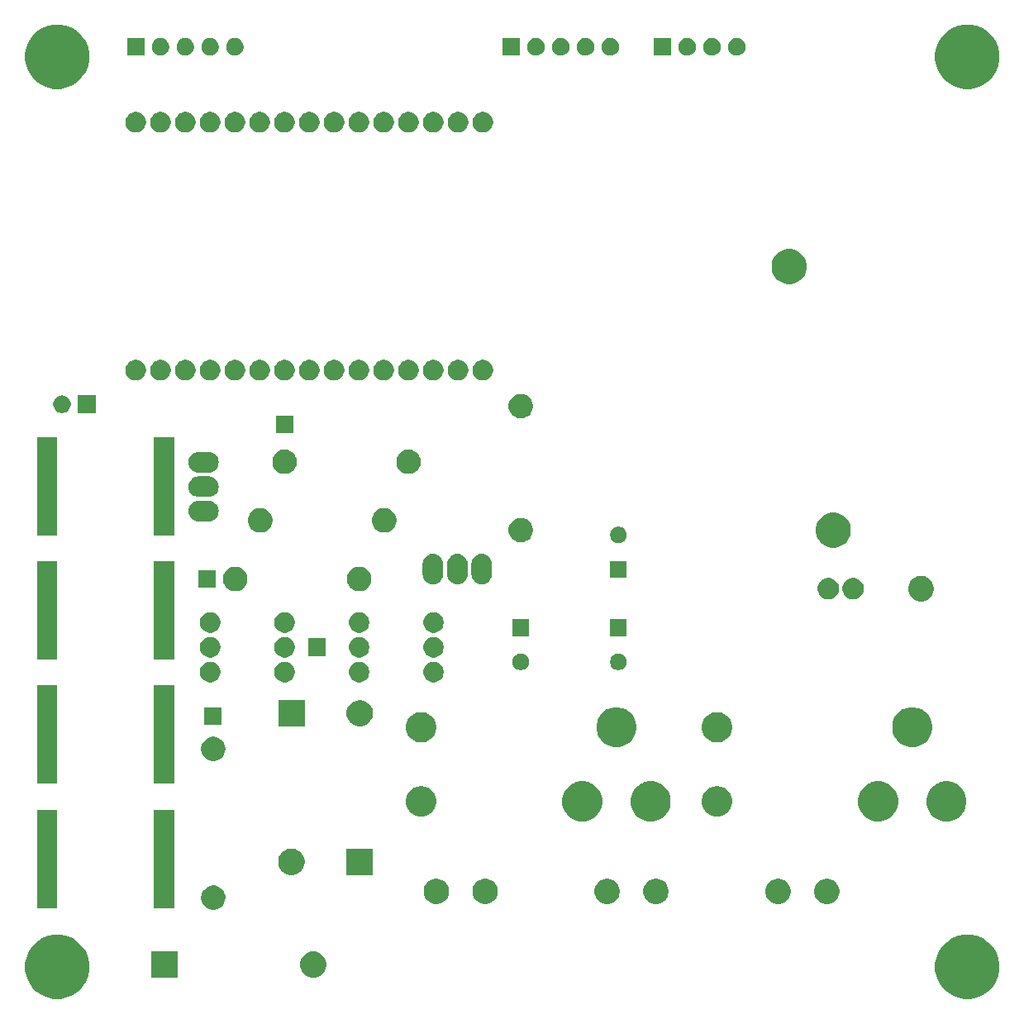
<source format=gbr>
G04 #@! TF.GenerationSoftware,KiCad,Pcbnew,(5.1.5)-3*
G04 #@! TF.CreationDate,2021-03-21T23:11:18+01:00*
G04 #@! TF.ProjectId,Fernschreiber,4665726e-7363-4687-9265-696265722e6b,v02*
G04 #@! TF.SameCoordinates,Original*
G04 #@! TF.FileFunction,Soldermask,Top*
G04 #@! TF.FilePolarity,Negative*
%FSLAX46Y46*%
G04 Gerber Fmt 4.6, Leading zero omitted, Abs format (unit mm)*
G04 Created by KiCad (PCBNEW (5.1.5)-3) date 2021-03-21 23:11:18*
%MOMM*%
%LPD*%
G04 APERTURE LIST*
%ADD10C,0.100000*%
G04 APERTURE END LIST*
D10*
G36*
X143212865Y-134575855D02*
G01*
X143813608Y-134824691D01*
X143813610Y-134824692D01*
X144354265Y-135185946D01*
X144814054Y-135645735D01*
X145175308Y-136186390D01*
X145175309Y-136186392D01*
X145424145Y-136787135D01*
X145551000Y-137424879D01*
X145551000Y-138075121D01*
X145424145Y-138712865D01*
X145175309Y-139313608D01*
X145175308Y-139313610D01*
X144814054Y-139854265D01*
X144354265Y-140314054D01*
X143813610Y-140675308D01*
X143813609Y-140675309D01*
X143813608Y-140675309D01*
X143212865Y-140924145D01*
X142575121Y-141051000D01*
X141924879Y-141051000D01*
X141287135Y-140924145D01*
X140686392Y-140675309D01*
X140686391Y-140675309D01*
X140686390Y-140675308D01*
X140145735Y-140314054D01*
X139685946Y-139854265D01*
X139324692Y-139313610D01*
X139324691Y-139313608D01*
X139075855Y-138712865D01*
X138949000Y-138075121D01*
X138949000Y-137424879D01*
X139075855Y-136787135D01*
X139324691Y-136186392D01*
X139324692Y-136186390D01*
X139685946Y-135645735D01*
X140145735Y-135185946D01*
X140686390Y-134824692D01*
X140686392Y-134824691D01*
X141287135Y-134575855D01*
X141924879Y-134449000D01*
X142575121Y-134449000D01*
X143212865Y-134575855D01*
G37*
G36*
X49962865Y-134575855D02*
G01*
X50563608Y-134824691D01*
X50563610Y-134824692D01*
X51104265Y-135185946D01*
X51564054Y-135645735D01*
X51925308Y-136186390D01*
X51925309Y-136186392D01*
X52174145Y-136787135D01*
X52301000Y-137424879D01*
X52301000Y-138075121D01*
X52174145Y-138712865D01*
X51925309Y-139313608D01*
X51925308Y-139313610D01*
X51564054Y-139854265D01*
X51104265Y-140314054D01*
X50563610Y-140675308D01*
X50563609Y-140675309D01*
X50563608Y-140675309D01*
X49962865Y-140924145D01*
X49325121Y-141051000D01*
X48674879Y-141051000D01*
X48037135Y-140924145D01*
X47436392Y-140675309D01*
X47436391Y-140675309D01*
X47436390Y-140675308D01*
X46895735Y-140314054D01*
X46435946Y-139854265D01*
X46074692Y-139313610D01*
X46074691Y-139313608D01*
X45825855Y-138712865D01*
X45699000Y-138075121D01*
X45699000Y-137424879D01*
X45825855Y-136787135D01*
X46074691Y-136186392D01*
X46074692Y-136186390D01*
X46435946Y-135645735D01*
X46895735Y-135185946D01*
X47436390Y-134824692D01*
X47436392Y-134824691D01*
X48037135Y-134575855D01*
X48674879Y-134449000D01*
X49325121Y-134449000D01*
X49962865Y-134575855D01*
G37*
G36*
X61351000Y-138851000D02*
G01*
X58649000Y-138851000D01*
X58649000Y-136149000D01*
X61351000Y-136149000D01*
X61351000Y-138851000D01*
G37*
G36*
X75561035Y-136186390D02*
G01*
X75634072Y-136200918D01*
X75879939Y-136302759D01*
X75991328Y-136377187D01*
X76101211Y-136450609D01*
X76289391Y-136638789D01*
X76437242Y-136860063D01*
X76539082Y-137105928D01*
X76591000Y-137366937D01*
X76591000Y-137633063D01*
X76539082Y-137894072D01*
X76464090Y-138075121D01*
X76437241Y-138139939D01*
X76289390Y-138361212D01*
X76101212Y-138549390D01*
X75879939Y-138697241D01*
X75879938Y-138697242D01*
X75879937Y-138697242D01*
X75634072Y-138799082D01*
X75373063Y-138851000D01*
X75106937Y-138851000D01*
X74845928Y-138799082D01*
X74600063Y-138697242D01*
X74600062Y-138697242D01*
X74600061Y-138697241D01*
X74378788Y-138549390D01*
X74190610Y-138361212D01*
X74042759Y-138139939D01*
X74015911Y-138075121D01*
X73940918Y-137894072D01*
X73889000Y-137633063D01*
X73889000Y-137366937D01*
X73940918Y-137105928D01*
X74042758Y-136860063D01*
X74190609Y-136638789D01*
X74378789Y-136450609D01*
X74488672Y-136377187D01*
X74600061Y-136302759D01*
X74845928Y-136200918D01*
X74918965Y-136186390D01*
X75106937Y-136149000D01*
X75373063Y-136149000D01*
X75561035Y-136186390D01*
G37*
G36*
X65364903Y-129447075D02*
G01*
X65592571Y-129541378D01*
X65797466Y-129678285D01*
X65971715Y-129852534D01*
X65984629Y-129871861D01*
X66108623Y-130057431D01*
X66202925Y-130285097D01*
X66221701Y-130379488D01*
X66251000Y-130526787D01*
X66251000Y-130773213D01*
X66202925Y-131014903D01*
X66108622Y-131242571D01*
X65971715Y-131447466D01*
X65797466Y-131621715D01*
X65592571Y-131758622D01*
X65592570Y-131758623D01*
X65592569Y-131758623D01*
X65364903Y-131852925D01*
X65123214Y-131901000D01*
X64876786Y-131901000D01*
X64635097Y-131852925D01*
X64407431Y-131758623D01*
X64407430Y-131758623D01*
X64407429Y-131758622D01*
X64202534Y-131621715D01*
X64028285Y-131447466D01*
X63891378Y-131242571D01*
X63797075Y-131014903D01*
X63749000Y-130773213D01*
X63749000Y-130526787D01*
X63778300Y-130379488D01*
X63797075Y-130285097D01*
X63891377Y-130057431D01*
X64015371Y-129871861D01*
X64028285Y-129852534D01*
X64202534Y-129678285D01*
X64407429Y-129541378D01*
X64635097Y-129447075D01*
X64876786Y-129399000D01*
X65123214Y-129399000D01*
X65364903Y-129447075D01*
G37*
G36*
X61025600Y-131735800D02*
G01*
X58923600Y-131735800D01*
X58923600Y-121633800D01*
X61025600Y-121633800D01*
X61025600Y-131735800D01*
G37*
G36*
X49025600Y-131735800D02*
G01*
X46923600Y-131735800D01*
X46923600Y-121633800D01*
X49025600Y-121633800D01*
X49025600Y-131735800D01*
G37*
G36*
X110729487Y-128748996D02*
G01*
X110966253Y-128847068D01*
X110966255Y-128847069D01*
X111179339Y-128989447D01*
X111360553Y-129170661D01*
X111502932Y-129383747D01*
X111601004Y-129620513D01*
X111651000Y-129871861D01*
X111651000Y-130128139D01*
X111601004Y-130379487D01*
X111539990Y-130526787D01*
X111502931Y-130616255D01*
X111360553Y-130829339D01*
X111179339Y-131010553D01*
X110966255Y-131152931D01*
X110966254Y-131152932D01*
X110966253Y-131152932D01*
X110729487Y-131251004D01*
X110478139Y-131301000D01*
X110221861Y-131301000D01*
X109970513Y-131251004D01*
X109733747Y-131152932D01*
X109733746Y-131152932D01*
X109733745Y-131152931D01*
X109520661Y-131010553D01*
X109339447Y-130829339D01*
X109197069Y-130616255D01*
X109160010Y-130526787D01*
X109098996Y-130379487D01*
X109049000Y-130128139D01*
X109049000Y-129871861D01*
X109098996Y-129620513D01*
X109197068Y-129383747D01*
X109339447Y-129170661D01*
X109520661Y-128989447D01*
X109733745Y-128847069D01*
X109733747Y-128847068D01*
X109970513Y-128748996D01*
X110221861Y-128699000D01*
X110478139Y-128699000D01*
X110729487Y-128748996D01*
G37*
G36*
X88229487Y-128748996D02*
G01*
X88466253Y-128847068D01*
X88466255Y-128847069D01*
X88679339Y-128989447D01*
X88860553Y-129170661D01*
X89002932Y-129383747D01*
X89101004Y-129620513D01*
X89151000Y-129871861D01*
X89151000Y-130128139D01*
X89101004Y-130379487D01*
X89039990Y-130526787D01*
X89002931Y-130616255D01*
X88860553Y-130829339D01*
X88679339Y-131010553D01*
X88466255Y-131152931D01*
X88466254Y-131152932D01*
X88466253Y-131152932D01*
X88229487Y-131251004D01*
X87978139Y-131301000D01*
X87721861Y-131301000D01*
X87470513Y-131251004D01*
X87233747Y-131152932D01*
X87233746Y-131152932D01*
X87233745Y-131152931D01*
X87020661Y-131010553D01*
X86839447Y-130829339D01*
X86697069Y-130616255D01*
X86660010Y-130526787D01*
X86598996Y-130379487D01*
X86549000Y-130128139D01*
X86549000Y-129871861D01*
X86598996Y-129620513D01*
X86697068Y-129383747D01*
X86839447Y-129170661D01*
X87020661Y-128989447D01*
X87233745Y-128847069D01*
X87233747Y-128847068D01*
X87470513Y-128748996D01*
X87721861Y-128699000D01*
X87978139Y-128699000D01*
X88229487Y-128748996D01*
G37*
G36*
X93229487Y-128748996D02*
G01*
X93466253Y-128847068D01*
X93466255Y-128847069D01*
X93679339Y-128989447D01*
X93860553Y-129170661D01*
X94002932Y-129383747D01*
X94101004Y-129620513D01*
X94151000Y-129871861D01*
X94151000Y-130128139D01*
X94101004Y-130379487D01*
X94039990Y-130526787D01*
X94002931Y-130616255D01*
X93860553Y-130829339D01*
X93679339Y-131010553D01*
X93466255Y-131152931D01*
X93466254Y-131152932D01*
X93466253Y-131152932D01*
X93229487Y-131251004D01*
X92978139Y-131301000D01*
X92721861Y-131301000D01*
X92470513Y-131251004D01*
X92233747Y-131152932D01*
X92233746Y-131152932D01*
X92233745Y-131152931D01*
X92020661Y-131010553D01*
X91839447Y-130829339D01*
X91697069Y-130616255D01*
X91660010Y-130526787D01*
X91598996Y-130379487D01*
X91549000Y-130128139D01*
X91549000Y-129871861D01*
X91598996Y-129620513D01*
X91697068Y-129383747D01*
X91839447Y-129170661D01*
X92020661Y-128989447D01*
X92233745Y-128847069D01*
X92233747Y-128847068D01*
X92470513Y-128748996D01*
X92721861Y-128699000D01*
X92978139Y-128699000D01*
X93229487Y-128748996D01*
G37*
G36*
X123229487Y-128748996D02*
G01*
X123466253Y-128847068D01*
X123466255Y-128847069D01*
X123679339Y-128989447D01*
X123860553Y-129170661D01*
X124002932Y-129383747D01*
X124101004Y-129620513D01*
X124151000Y-129871861D01*
X124151000Y-130128139D01*
X124101004Y-130379487D01*
X124039990Y-130526787D01*
X124002931Y-130616255D01*
X123860553Y-130829339D01*
X123679339Y-131010553D01*
X123466255Y-131152931D01*
X123466254Y-131152932D01*
X123466253Y-131152932D01*
X123229487Y-131251004D01*
X122978139Y-131301000D01*
X122721861Y-131301000D01*
X122470513Y-131251004D01*
X122233747Y-131152932D01*
X122233746Y-131152932D01*
X122233745Y-131152931D01*
X122020661Y-131010553D01*
X121839447Y-130829339D01*
X121697069Y-130616255D01*
X121660010Y-130526787D01*
X121598996Y-130379487D01*
X121549000Y-130128139D01*
X121549000Y-129871861D01*
X121598996Y-129620513D01*
X121697068Y-129383747D01*
X121839447Y-129170661D01*
X122020661Y-128989447D01*
X122233745Y-128847069D01*
X122233747Y-128847068D01*
X122470513Y-128748996D01*
X122721861Y-128699000D01*
X122978139Y-128699000D01*
X123229487Y-128748996D01*
G37*
G36*
X128229487Y-128748996D02*
G01*
X128466253Y-128847068D01*
X128466255Y-128847069D01*
X128679339Y-128989447D01*
X128860553Y-129170661D01*
X129002932Y-129383747D01*
X129101004Y-129620513D01*
X129151000Y-129871861D01*
X129151000Y-130128139D01*
X129101004Y-130379487D01*
X129039990Y-130526787D01*
X129002931Y-130616255D01*
X128860553Y-130829339D01*
X128679339Y-131010553D01*
X128466255Y-131152931D01*
X128466254Y-131152932D01*
X128466253Y-131152932D01*
X128229487Y-131251004D01*
X127978139Y-131301000D01*
X127721861Y-131301000D01*
X127470513Y-131251004D01*
X127233747Y-131152932D01*
X127233746Y-131152932D01*
X127233745Y-131152931D01*
X127020661Y-131010553D01*
X126839447Y-130829339D01*
X126697069Y-130616255D01*
X126660010Y-130526787D01*
X126598996Y-130379487D01*
X126549000Y-130128139D01*
X126549000Y-129871861D01*
X126598996Y-129620513D01*
X126697068Y-129383747D01*
X126839447Y-129170661D01*
X127020661Y-128989447D01*
X127233745Y-128847069D01*
X127233747Y-128847068D01*
X127470513Y-128748996D01*
X127721861Y-128699000D01*
X127978139Y-128699000D01*
X128229487Y-128748996D01*
G37*
G36*
X105729487Y-128748996D02*
G01*
X105966253Y-128847068D01*
X105966255Y-128847069D01*
X106179339Y-128989447D01*
X106360553Y-129170661D01*
X106502932Y-129383747D01*
X106601004Y-129620513D01*
X106651000Y-129871861D01*
X106651000Y-130128139D01*
X106601004Y-130379487D01*
X106539990Y-130526787D01*
X106502931Y-130616255D01*
X106360553Y-130829339D01*
X106179339Y-131010553D01*
X105966255Y-131152931D01*
X105966254Y-131152932D01*
X105966253Y-131152932D01*
X105729487Y-131251004D01*
X105478139Y-131301000D01*
X105221861Y-131301000D01*
X104970513Y-131251004D01*
X104733747Y-131152932D01*
X104733746Y-131152932D01*
X104733745Y-131152931D01*
X104520661Y-131010553D01*
X104339447Y-130829339D01*
X104197069Y-130616255D01*
X104160010Y-130526787D01*
X104098996Y-130379487D01*
X104049000Y-130128139D01*
X104049000Y-129871861D01*
X104098996Y-129620513D01*
X104197068Y-129383747D01*
X104339447Y-129170661D01*
X104520661Y-128989447D01*
X104733745Y-128847069D01*
X104733747Y-128847068D01*
X104970513Y-128748996D01*
X105221861Y-128699000D01*
X105478139Y-128699000D01*
X105729487Y-128748996D01*
G37*
G36*
X81351000Y-128351000D02*
G01*
X78649000Y-128351000D01*
X78649000Y-125649000D01*
X81351000Y-125649000D01*
X81351000Y-128351000D01*
G37*
G36*
X73183336Y-125649000D02*
G01*
X73394072Y-125690918D01*
X73639939Y-125792759D01*
X73861212Y-125940610D01*
X74049390Y-126128788D01*
X74197241Y-126350061D01*
X74299082Y-126595928D01*
X74351000Y-126856938D01*
X74351000Y-127123062D01*
X74299082Y-127384072D01*
X74197241Y-127629939D01*
X74049390Y-127851212D01*
X73861212Y-128039390D01*
X73639939Y-128187241D01*
X73639938Y-128187242D01*
X73639937Y-128187242D01*
X73394072Y-128289082D01*
X73133063Y-128341000D01*
X72866937Y-128341000D01*
X72605928Y-128289082D01*
X72360063Y-128187242D01*
X72360062Y-128187242D01*
X72360061Y-128187241D01*
X72138788Y-128039390D01*
X71950610Y-127851212D01*
X71802759Y-127629939D01*
X71700918Y-127384072D01*
X71649000Y-127123062D01*
X71649000Y-126856938D01*
X71700918Y-126595928D01*
X71802759Y-126350061D01*
X71950610Y-126128788D01*
X72138788Y-125940610D01*
X72360061Y-125792759D01*
X72605928Y-125690918D01*
X72816664Y-125649000D01*
X72866937Y-125639000D01*
X73133063Y-125639000D01*
X73183336Y-125649000D01*
G37*
G36*
X103398254Y-118827818D02*
G01*
X103682146Y-118945410D01*
X103771513Y-118982427D01*
X104107436Y-119206884D01*
X104393116Y-119492564D01*
X104606086Y-119811295D01*
X104617574Y-119828489D01*
X104772182Y-120201746D01*
X104851000Y-120597993D01*
X104851000Y-121002007D01*
X104772182Y-121398254D01*
X104625069Y-121753416D01*
X104617573Y-121771513D01*
X104393116Y-122107436D01*
X104107436Y-122393116D01*
X103771513Y-122617573D01*
X103771512Y-122617574D01*
X103771511Y-122617574D01*
X103398254Y-122772182D01*
X103002007Y-122851000D01*
X102597993Y-122851000D01*
X102201746Y-122772182D01*
X101828489Y-122617574D01*
X101828488Y-122617574D01*
X101828487Y-122617573D01*
X101492564Y-122393116D01*
X101206884Y-122107436D01*
X100982427Y-121771513D01*
X100974931Y-121753416D01*
X100827818Y-121398254D01*
X100749000Y-121002007D01*
X100749000Y-120597993D01*
X100827818Y-120201746D01*
X100982426Y-119828489D01*
X100993915Y-119811295D01*
X101206884Y-119492564D01*
X101492564Y-119206884D01*
X101828487Y-118982427D01*
X101917854Y-118945410D01*
X102201746Y-118827818D01*
X102597993Y-118749000D01*
X103002007Y-118749000D01*
X103398254Y-118827818D01*
G37*
G36*
X110398254Y-118827818D02*
G01*
X110682146Y-118945410D01*
X110771513Y-118982427D01*
X111107436Y-119206884D01*
X111393116Y-119492564D01*
X111606086Y-119811295D01*
X111617574Y-119828489D01*
X111772182Y-120201746D01*
X111851000Y-120597993D01*
X111851000Y-121002007D01*
X111772182Y-121398254D01*
X111625069Y-121753416D01*
X111617573Y-121771513D01*
X111393116Y-122107436D01*
X111107436Y-122393116D01*
X110771513Y-122617573D01*
X110771512Y-122617574D01*
X110771511Y-122617574D01*
X110398254Y-122772182D01*
X110002007Y-122851000D01*
X109597993Y-122851000D01*
X109201746Y-122772182D01*
X108828489Y-122617574D01*
X108828488Y-122617574D01*
X108828487Y-122617573D01*
X108492564Y-122393116D01*
X108206884Y-122107436D01*
X107982427Y-121771513D01*
X107974931Y-121753416D01*
X107827818Y-121398254D01*
X107749000Y-121002007D01*
X107749000Y-120597993D01*
X107827818Y-120201746D01*
X107982426Y-119828489D01*
X107993915Y-119811295D01*
X108206884Y-119492564D01*
X108492564Y-119206884D01*
X108828487Y-118982427D01*
X108917854Y-118945410D01*
X109201746Y-118827818D01*
X109597993Y-118749000D01*
X110002007Y-118749000D01*
X110398254Y-118827818D01*
G37*
G36*
X133698254Y-118827818D02*
G01*
X133982146Y-118945410D01*
X134071513Y-118982427D01*
X134407436Y-119206884D01*
X134693116Y-119492564D01*
X134906086Y-119811295D01*
X134917574Y-119828489D01*
X135072182Y-120201746D01*
X135151000Y-120597993D01*
X135151000Y-121002007D01*
X135072182Y-121398254D01*
X134925069Y-121753416D01*
X134917573Y-121771513D01*
X134693116Y-122107436D01*
X134407436Y-122393116D01*
X134071513Y-122617573D01*
X134071512Y-122617574D01*
X134071511Y-122617574D01*
X133698254Y-122772182D01*
X133302007Y-122851000D01*
X132897993Y-122851000D01*
X132501746Y-122772182D01*
X132128489Y-122617574D01*
X132128488Y-122617574D01*
X132128487Y-122617573D01*
X131792564Y-122393116D01*
X131506884Y-122107436D01*
X131282427Y-121771513D01*
X131274931Y-121753416D01*
X131127818Y-121398254D01*
X131049000Y-121002007D01*
X131049000Y-120597993D01*
X131127818Y-120201746D01*
X131282426Y-119828489D01*
X131293915Y-119811295D01*
X131506884Y-119492564D01*
X131792564Y-119206884D01*
X132128487Y-118982427D01*
X132217854Y-118945410D01*
X132501746Y-118827818D01*
X132897993Y-118749000D01*
X133302007Y-118749000D01*
X133698254Y-118827818D01*
G37*
G36*
X140698254Y-118827818D02*
G01*
X140982146Y-118945410D01*
X141071513Y-118982427D01*
X141407436Y-119206884D01*
X141693116Y-119492564D01*
X141906086Y-119811295D01*
X141917574Y-119828489D01*
X142072182Y-120201746D01*
X142151000Y-120597993D01*
X142151000Y-121002007D01*
X142072182Y-121398254D01*
X141925069Y-121753416D01*
X141917573Y-121771513D01*
X141693116Y-122107436D01*
X141407436Y-122393116D01*
X141071513Y-122617573D01*
X141071512Y-122617574D01*
X141071511Y-122617574D01*
X140698254Y-122772182D01*
X140302007Y-122851000D01*
X139897993Y-122851000D01*
X139501746Y-122772182D01*
X139128489Y-122617574D01*
X139128488Y-122617574D01*
X139128487Y-122617573D01*
X138792564Y-122393116D01*
X138506884Y-122107436D01*
X138282427Y-121771513D01*
X138274931Y-121753416D01*
X138127818Y-121398254D01*
X138049000Y-121002007D01*
X138049000Y-120597993D01*
X138127818Y-120201746D01*
X138282426Y-119828489D01*
X138293915Y-119811295D01*
X138506884Y-119492564D01*
X138792564Y-119206884D01*
X139128487Y-118982427D01*
X139217854Y-118945410D01*
X139501746Y-118827818D01*
X139897993Y-118749000D01*
X140302007Y-118749000D01*
X140698254Y-118827818D01*
G37*
G36*
X116902585Y-119278802D02*
G01*
X117052410Y-119308604D01*
X117334674Y-119425521D01*
X117588705Y-119595259D01*
X117804741Y-119811295D01*
X117974479Y-120065326D01*
X118091396Y-120347590D01*
X118091396Y-120347591D01*
X118151000Y-120647239D01*
X118151000Y-120952761D01*
X118141204Y-121002007D01*
X118091396Y-121252410D01*
X117974479Y-121534674D01*
X117804741Y-121788705D01*
X117588705Y-122004741D01*
X117334674Y-122174479D01*
X117052410Y-122291396D01*
X116902585Y-122321198D01*
X116752761Y-122351000D01*
X116447239Y-122351000D01*
X116297415Y-122321198D01*
X116147590Y-122291396D01*
X115865326Y-122174479D01*
X115611295Y-122004741D01*
X115395259Y-121788705D01*
X115225521Y-121534674D01*
X115108604Y-121252410D01*
X115058796Y-121002007D01*
X115049000Y-120952761D01*
X115049000Y-120647239D01*
X115108604Y-120347591D01*
X115108604Y-120347590D01*
X115225521Y-120065326D01*
X115395259Y-119811295D01*
X115611295Y-119595259D01*
X115865326Y-119425521D01*
X116147590Y-119308604D01*
X116297415Y-119278802D01*
X116447239Y-119249000D01*
X116752761Y-119249000D01*
X116902585Y-119278802D01*
G37*
G36*
X86602585Y-119278802D02*
G01*
X86752410Y-119308604D01*
X87034674Y-119425521D01*
X87288705Y-119595259D01*
X87504741Y-119811295D01*
X87674479Y-120065326D01*
X87791396Y-120347590D01*
X87791396Y-120347591D01*
X87851000Y-120647239D01*
X87851000Y-120952761D01*
X87841204Y-121002007D01*
X87791396Y-121252410D01*
X87674479Y-121534674D01*
X87504741Y-121788705D01*
X87288705Y-122004741D01*
X87034674Y-122174479D01*
X86752410Y-122291396D01*
X86602585Y-122321198D01*
X86452761Y-122351000D01*
X86147239Y-122351000D01*
X85997415Y-122321198D01*
X85847590Y-122291396D01*
X85565326Y-122174479D01*
X85311295Y-122004741D01*
X85095259Y-121788705D01*
X84925521Y-121534674D01*
X84808604Y-121252410D01*
X84758796Y-121002007D01*
X84749000Y-120952761D01*
X84749000Y-120647239D01*
X84808604Y-120347591D01*
X84808604Y-120347590D01*
X84925521Y-120065326D01*
X85095259Y-119811295D01*
X85311295Y-119595259D01*
X85565326Y-119425521D01*
X85847590Y-119308604D01*
X85997415Y-119278802D01*
X86147239Y-119249000D01*
X86452761Y-119249000D01*
X86602585Y-119278802D01*
G37*
G36*
X61025600Y-118985800D02*
G01*
X58923600Y-118985800D01*
X58923600Y-108883800D01*
X61025600Y-108883800D01*
X61025600Y-118985800D01*
G37*
G36*
X49025600Y-118985800D02*
G01*
X46923600Y-118985800D01*
X46923600Y-108883800D01*
X49025600Y-108883800D01*
X49025600Y-118985800D01*
G37*
G36*
X65272551Y-114188705D02*
G01*
X65364903Y-114207075D01*
X65592571Y-114301378D01*
X65797466Y-114438285D01*
X65971715Y-114612534D01*
X66108622Y-114817429D01*
X66202925Y-115045097D01*
X66251000Y-115286787D01*
X66251000Y-115533213D01*
X66202925Y-115774903D01*
X66108622Y-116002571D01*
X65971715Y-116207466D01*
X65797466Y-116381715D01*
X65592571Y-116518622D01*
X65592570Y-116518623D01*
X65592569Y-116518623D01*
X65364903Y-116612925D01*
X65123214Y-116661000D01*
X64876786Y-116661000D01*
X64635097Y-116612925D01*
X64407431Y-116518623D01*
X64407430Y-116518623D01*
X64407429Y-116518622D01*
X64202534Y-116381715D01*
X64028285Y-116207466D01*
X63891378Y-116002571D01*
X63797075Y-115774903D01*
X63749000Y-115533213D01*
X63749000Y-115286787D01*
X63797075Y-115045097D01*
X63891378Y-114817429D01*
X64028285Y-114612534D01*
X64202534Y-114438285D01*
X64407429Y-114301378D01*
X64635097Y-114207075D01*
X64727449Y-114188705D01*
X64876786Y-114159000D01*
X65123214Y-114159000D01*
X65272551Y-114188705D01*
G37*
G36*
X106898254Y-111227818D02*
G01*
X107231681Y-111365928D01*
X107271513Y-111382427D01*
X107607436Y-111606884D01*
X107893116Y-111892564D01*
X108106086Y-112211295D01*
X108117574Y-112228489D01*
X108272182Y-112601746D01*
X108351000Y-112997993D01*
X108351000Y-113402007D01*
X108272182Y-113798254D01*
X108215675Y-113934674D01*
X108117573Y-114171513D01*
X107893116Y-114507436D01*
X107607436Y-114793116D01*
X107271513Y-115017573D01*
X107271512Y-115017574D01*
X107271511Y-115017574D01*
X106898254Y-115172182D01*
X106502007Y-115251000D01*
X106097993Y-115251000D01*
X105701746Y-115172182D01*
X105328489Y-115017574D01*
X105328488Y-115017574D01*
X105328487Y-115017573D01*
X104992564Y-114793116D01*
X104706884Y-114507436D01*
X104482427Y-114171513D01*
X104384325Y-113934674D01*
X104327818Y-113798254D01*
X104249000Y-113402007D01*
X104249000Y-112997993D01*
X104327818Y-112601746D01*
X104482426Y-112228489D01*
X104493915Y-112211295D01*
X104706884Y-111892564D01*
X104992564Y-111606884D01*
X105328487Y-111382427D01*
X105368319Y-111365928D01*
X105701746Y-111227818D01*
X106097993Y-111149000D01*
X106502007Y-111149000D01*
X106898254Y-111227818D01*
G37*
G36*
X137198254Y-111227818D02*
G01*
X137531681Y-111365928D01*
X137571513Y-111382427D01*
X137907436Y-111606884D01*
X138193116Y-111892564D01*
X138406086Y-112211295D01*
X138417574Y-112228489D01*
X138572182Y-112601746D01*
X138651000Y-112997993D01*
X138651000Y-113402007D01*
X138572182Y-113798254D01*
X138515675Y-113934674D01*
X138417573Y-114171513D01*
X138193116Y-114507436D01*
X137907436Y-114793116D01*
X137571513Y-115017573D01*
X137571512Y-115017574D01*
X137571511Y-115017574D01*
X137198254Y-115172182D01*
X136802007Y-115251000D01*
X136397993Y-115251000D01*
X136001746Y-115172182D01*
X135628489Y-115017574D01*
X135628488Y-115017574D01*
X135628487Y-115017573D01*
X135292564Y-114793116D01*
X135006884Y-114507436D01*
X134782427Y-114171513D01*
X134684325Y-113934674D01*
X134627818Y-113798254D01*
X134549000Y-113402007D01*
X134549000Y-112997993D01*
X134627818Y-112601746D01*
X134782426Y-112228489D01*
X134793915Y-112211295D01*
X135006884Y-111892564D01*
X135292564Y-111606884D01*
X135628487Y-111382427D01*
X135668319Y-111365928D01*
X136001746Y-111227818D01*
X136397993Y-111149000D01*
X136802007Y-111149000D01*
X137198254Y-111227818D01*
G37*
G36*
X116902585Y-111678802D02*
G01*
X117052410Y-111708604D01*
X117334674Y-111825521D01*
X117588705Y-111995259D01*
X117804741Y-112211295D01*
X117974479Y-112465326D01*
X118091396Y-112747590D01*
X118091396Y-112747591D01*
X118151000Y-113047239D01*
X118151000Y-113352761D01*
X118141204Y-113402007D01*
X118091396Y-113652410D01*
X117974479Y-113934674D01*
X117804741Y-114188705D01*
X117588705Y-114404741D01*
X117334674Y-114574479D01*
X117052410Y-114691396D01*
X116902585Y-114721198D01*
X116752761Y-114751000D01*
X116447239Y-114751000D01*
X116297415Y-114721198D01*
X116147590Y-114691396D01*
X115865326Y-114574479D01*
X115611295Y-114404741D01*
X115395259Y-114188705D01*
X115225521Y-113934674D01*
X115108604Y-113652410D01*
X115058796Y-113402007D01*
X115049000Y-113352761D01*
X115049000Y-113047239D01*
X115108604Y-112747591D01*
X115108604Y-112747590D01*
X115225521Y-112465326D01*
X115395259Y-112211295D01*
X115611295Y-111995259D01*
X115865326Y-111825521D01*
X116147590Y-111708604D01*
X116297415Y-111678802D01*
X116447239Y-111649000D01*
X116752761Y-111649000D01*
X116902585Y-111678802D01*
G37*
G36*
X86602585Y-111678802D02*
G01*
X86752410Y-111708604D01*
X87034674Y-111825521D01*
X87288705Y-111995259D01*
X87504741Y-112211295D01*
X87674479Y-112465326D01*
X87791396Y-112747590D01*
X87791396Y-112747591D01*
X87851000Y-113047239D01*
X87851000Y-113352761D01*
X87841204Y-113402007D01*
X87791396Y-113652410D01*
X87674479Y-113934674D01*
X87504741Y-114188705D01*
X87288705Y-114404741D01*
X87034674Y-114574479D01*
X86752410Y-114691396D01*
X86602585Y-114721198D01*
X86452761Y-114751000D01*
X86147239Y-114751000D01*
X85997415Y-114721198D01*
X85847590Y-114691396D01*
X85565326Y-114574479D01*
X85311295Y-114404741D01*
X85095259Y-114188705D01*
X84925521Y-113934674D01*
X84808604Y-113652410D01*
X84758796Y-113402007D01*
X84749000Y-113352761D01*
X84749000Y-113047239D01*
X84808604Y-112747591D01*
X84808604Y-112747590D01*
X84925521Y-112465326D01*
X85095259Y-112211295D01*
X85311295Y-111995259D01*
X85565326Y-111825521D01*
X85847590Y-111708604D01*
X85997415Y-111678802D01*
X86147239Y-111649000D01*
X86452761Y-111649000D01*
X86602585Y-111678802D01*
G37*
G36*
X80394072Y-110460918D02*
G01*
X80639939Y-110562759D01*
X80861212Y-110710610D01*
X81049390Y-110898788D01*
X81197241Y-111120061D01*
X81299082Y-111365928D01*
X81351000Y-111626938D01*
X81351000Y-111893062D01*
X81299082Y-112154072D01*
X81197241Y-112399939D01*
X81049390Y-112621212D01*
X80861212Y-112809390D01*
X80639939Y-112957241D01*
X80639938Y-112957242D01*
X80639937Y-112957242D01*
X80394072Y-113059082D01*
X80133063Y-113111000D01*
X79866937Y-113111000D01*
X79605928Y-113059082D01*
X79360063Y-112957242D01*
X79360062Y-112957242D01*
X79360061Y-112957241D01*
X79138788Y-112809390D01*
X78950610Y-112621212D01*
X78802759Y-112399939D01*
X78700918Y-112154072D01*
X78649000Y-111893062D01*
X78649000Y-111626938D01*
X78700918Y-111365928D01*
X78802759Y-111120061D01*
X78950610Y-110898788D01*
X79138788Y-110710610D01*
X79360061Y-110562759D01*
X79605928Y-110460918D01*
X79866937Y-110409000D01*
X80133063Y-110409000D01*
X80394072Y-110460918D01*
G37*
G36*
X74351000Y-113101000D02*
G01*
X71649000Y-113101000D01*
X71649000Y-110399000D01*
X74351000Y-110399000D01*
X74351000Y-113101000D01*
G37*
G36*
X65874200Y-112991200D02*
G01*
X64072200Y-112991200D01*
X64072200Y-111189200D01*
X65874200Y-111189200D01*
X65874200Y-112991200D01*
G37*
G36*
X72616564Y-106529389D02*
G01*
X72807833Y-106608615D01*
X72807835Y-106608616D01*
X72979973Y-106723635D01*
X73126365Y-106870027D01*
X73241385Y-107042167D01*
X73320611Y-107233436D01*
X73361000Y-107436484D01*
X73361000Y-107643516D01*
X73320611Y-107846564D01*
X73241385Y-108037833D01*
X73241384Y-108037835D01*
X73126365Y-108209973D01*
X72979973Y-108356365D01*
X72807835Y-108471384D01*
X72807834Y-108471385D01*
X72807833Y-108471385D01*
X72616564Y-108550611D01*
X72413516Y-108591000D01*
X72206484Y-108591000D01*
X72003436Y-108550611D01*
X71812167Y-108471385D01*
X71812166Y-108471385D01*
X71812165Y-108471384D01*
X71640027Y-108356365D01*
X71493635Y-108209973D01*
X71378616Y-108037835D01*
X71378615Y-108037833D01*
X71299389Y-107846564D01*
X71259000Y-107643516D01*
X71259000Y-107436484D01*
X71299389Y-107233436D01*
X71378615Y-107042167D01*
X71493635Y-106870027D01*
X71640027Y-106723635D01*
X71812165Y-106608616D01*
X71812167Y-106608615D01*
X72003436Y-106529389D01*
X72206484Y-106489000D01*
X72413516Y-106489000D01*
X72616564Y-106529389D01*
G37*
G36*
X64996564Y-106529389D02*
G01*
X65187833Y-106608615D01*
X65187835Y-106608616D01*
X65359973Y-106723635D01*
X65506365Y-106870027D01*
X65621385Y-107042167D01*
X65700611Y-107233436D01*
X65741000Y-107436484D01*
X65741000Y-107643516D01*
X65700611Y-107846564D01*
X65621385Y-108037833D01*
X65621384Y-108037835D01*
X65506365Y-108209973D01*
X65359973Y-108356365D01*
X65187835Y-108471384D01*
X65187834Y-108471385D01*
X65187833Y-108471385D01*
X64996564Y-108550611D01*
X64793516Y-108591000D01*
X64586484Y-108591000D01*
X64383436Y-108550611D01*
X64192167Y-108471385D01*
X64192166Y-108471385D01*
X64192165Y-108471384D01*
X64020027Y-108356365D01*
X63873635Y-108209973D01*
X63758616Y-108037835D01*
X63758615Y-108037833D01*
X63679389Y-107846564D01*
X63639000Y-107643516D01*
X63639000Y-107436484D01*
X63679389Y-107233436D01*
X63758615Y-107042167D01*
X63873635Y-106870027D01*
X64020027Y-106723635D01*
X64192165Y-106608616D01*
X64192167Y-106608615D01*
X64383436Y-106529389D01*
X64586484Y-106489000D01*
X64793516Y-106489000D01*
X64996564Y-106529389D01*
G37*
G36*
X87866564Y-106529389D02*
G01*
X88057833Y-106608615D01*
X88057835Y-106608616D01*
X88229973Y-106723635D01*
X88376365Y-106870027D01*
X88491385Y-107042167D01*
X88570611Y-107233436D01*
X88611000Y-107436484D01*
X88611000Y-107643516D01*
X88570611Y-107846564D01*
X88491385Y-108037833D01*
X88491384Y-108037835D01*
X88376365Y-108209973D01*
X88229973Y-108356365D01*
X88057835Y-108471384D01*
X88057834Y-108471385D01*
X88057833Y-108471385D01*
X87866564Y-108550611D01*
X87663516Y-108591000D01*
X87456484Y-108591000D01*
X87253436Y-108550611D01*
X87062167Y-108471385D01*
X87062166Y-108471385D01*
X87062165Y-108471384D01*
X86890027Y-108356365D01*
X86743635Y-108209973D01*
X86628616Y-108037835D01*
X86628615Y-108037833D01*
X86549389Y-107846564D01*
X86509000Y-107643516D01*
X86509000Y-107436484D01*
X86549389Y-107233436D01*
X86628615Y-107042167D01*
X86743635Y-106870027D01*
X86890027Y-106723635D01*
X87062165Y-106608616D01*
X87062167Y-106608615D01*
X87253436Y-106529389D01*
X87456484Y-106489000D01*
X87663516Y-106489000D01*
X87866564Y-106529389D01*
G37*
G36*
X80246564Y-106529389D02*
G01*
X80437833Y-106608615D01*
X80437835Y-106608616D01*
X80609973Y-106723635D01*
X80756365Y-106870027D01*
X80871385Y-107042167D01*
X80950611Y-107233436D01*
X80991000Y-107436484D01*
X80991000Y-107643516D01*
X80950611Y-107846564D01*
X80871385Y-108037833D01*
X80871384Y-108037835D01*
X80756365Y-108209973D01*
X80609973Y-108356365D01*
X80437835Y-108471384D01*
X80437834Y-108471385D01*
X80437833Y-108471385D01*
X80246564Y-108550611D01*
X80043516Y-108591000D01*
X79836484Y-108591000D01*
X79633436Y-108550611D01*
X79442167Y-108471385D01*
X79442166Y-108471385D01*
X79442165Y-108471384D01*
X79270027Y-108356365D01*
X79123635Y-108209973D01*
X79008616Y-108037835D01*
X79008615Y-108037833D01*
X78929389Y-107846564D01*
X78889000Y-107643516D01*
X78889000Y-107436484D01*
X78929389Y-107233436D01*
X79008615Y-107042167D01*
X79123635Y-106870027D01*
X79270027Y-106723635D01*
X79442165Y-106608616D01*
X79442167Y-106608615D01*
X79633436Y-106529389D01*
X79836484Y-106489000D01*
X80043516Y-106489000D01*
X80246564Y-106529389D01*
G37*
G36*
X106748228Y-105681703D02*
G01*
X106903100Y-105745853D01*
X107042481Y-105838985D01*
X107161015Y-105957519D01*
X107254147Y-106096900D01*
X107318297Y-106251772D01*
X107351000Y-106416184D01*
X107351000Y-106583816D01*
X107318297Y-106748228D01*
X107254147Y-106903100D01*
X107161015Y-107042481D01*
X107042481Y-107161015D01*
X106903100Y-107254147D01*
X106748228Y-107318297D01*
X106583816Y-107351000D01*
X106416184Y-107351000D01*
X106251772Y-107318297D01*
X106096900Y-107254147D01*
X105957519Y-107161015D01*
X105838985Y-107042481D01*
X105745853Y-106903100D01*
X105681703Y-106748228D01*
X105649000Y-106583816D01*
X105649000Y-106416184D01*
X105681703Y-106251772D01*
X105745853Y-106096900D01*
X105838985Y-105957519D01*
X105957519Y-105838985D01*
X106096900Y-105745853D01*
X106251772Y-105681703D01*
X106416184Y-105649000D01*
X106583816Y-105649000D01*
X106748228Y-105681703D01*
G37*
G36*
X96748228Y-105681703D02*
G01*
X96903100Y-105745853D01*
X97042481Y-105838985D01*
X97161015Y-105957519D01*
X97254147Y-106096900D01*
X97318297Y-106251772D01*
X97351000Y-106416184D01*
X97351000Y-106583816D01*
X97318297Y-106748228D01*
X97254147Y-106903100D01*
X97161015Y-107042481D01*
X97042481Y-107161015D01*
X96903100Y-107254147D01*
X96748228Y-107318297D01*
X96583816Y-107351000D01*
X96416184Y-107351000D01*
X96251772Y-107318297D01*
X96096900Y-107254147D01*
X95957519Y-107161015D01*
X95838985Y-107042481D01*
X95745853Y-106903100D01*
X95681703Y-106748228D01*
X95649000Y-106583816D01*
X95649000Y-106416184D01*
X95681703Y-106251772D01*
X95745853Y-106096900D01*
X95838985Y-105957519D01*
X95957519Y-105838985D01*
X96096900Y-105745853D01*
X96251772Y-105681703D01*
X96416184Y-105649000D01*
X96583816Y-105649000D01*
X96748228Y-105681703D01*
G37*
G36*
X49025600Y-106285800D02*
G01*
X46923600Y-106285800D01*
X46923600Y-96183800D01*
X49025600Y-96183800D01*
X49025600Y-106285800D01*
G37*
G36*
X61025600Y-106285800D02*
G01*
X58923600Y-106285800D01*
X58923600Y-96183800D01*
X61025600Y-96183800D01*
X61025600Y-106285800D01*
G37*
G36*
X80246564Y-103989389D02*
G01*
X80437833Y-104068615D01*
X80437835Y-104068616D01*
X80609973Y-104183635D01*
X80756365Y-104330027D01*
X80871385Y-104502167D01*
X80950611Y-104693436D01*
X80991000Y-104896484D01*
X80991000Y-105103516D01*
X80950611Y-105306564D01*
X80871385Y-105497833D01*
X80871384Y-105497835D01*
X80756365Y-105669973D01*
X80609973Y-105816365D01*
X80437835Y-105931384D01*
X80437834Y-105931385D01*
X80437833Y-105931385D01*
X80246564Y-106010611D01*
X80043516Y-106051000D01*
X79836484Y-106051000D01*
X79633436Y-106010611D01*
X79442167Y-105931385D01*
X79442166Y-105931385D01*
X79442165Y-105931384D01*
X79270027Y-105816365D01*
X79123635Y-105669973D01*
X79008616Y-105497835D01*
X79008615Y-105497833D01*
X78929389Y-105306564D01*
X78889000Y-105103516D01*
X78889000Y-104896484D01*
X78929389Y-104693436D01*
X79008615Y-104502167D01*
X79123635Y-104330027D01*
X79270027Y-104183635D01*
X79442165Y-104068616D01*
X79442167Y-104068615D01*
X79633436Y-103989389D01*
X79836484Y-103949000D01*
X80043516Y-103949000D01*
X80246564Y-103989389D01*
G37*
G36*
X87866564Y-103989389D02*
G01*
X88057833Y-104068615D01*
X88057835Y-104068616D01*
X88229973Y-104183635D01*
X88376365Y-104330027D01*
X88491385Y-104502167D01*
X88570611Y-104693436D01*
X88611000Y-104896484D01*
X88611000Y-105103516D01*
X88570611Y-105306564D01*
X88491385Y-105497833D01*
X88491384Y-105497835D01*
X88376365Y-105669973D01*
X88229973Y-105816365D01*
X88057835Y-105931384D01*
X88057834Y-105931385D01*
X88057833Y-105931385D01*
X87866564Y-106010611D01*
X87663516Y-106051000D01*
X87456484Y-106051000D01*
X87253436Y-106010611D01*
X87062167Y-105931385D01*
X87062166Y-105931385D01*
X87062165Y-105931384D01*
X86890027Y-105816365D01*
X86743635Y-105669973D01*
X86628616Y-105497835D01*
X86628615Y-105497833D01*
X86549389Y-105306564D01*
X86509000Y-105103516D01*
X86509000Y-104896484D01*
X86549389Y-104693436D01*
X86628615Y-104502167D01*
X86743635Y-104330027D01*
X86890027Y-104183635D01*
X87062165Y-104068616D01*
X87062167Y-104068615D01*
X87253436Y-103989389D01*
X87456484Y-103949000D01*
X87663516Y-103949000D01*
X87866564Y-103989389D01*
G37*
G36*
X72616564Y-103989389D02*
G01*
X72807833Y-104068615D01*
X72807835Y-104068616D01*
X72979973Y-104183635D01*
X73126365Y-104330027D01*
X73241385Y-104502167D01*
X73320611Y-104693436D01*
X73361000Y-104896484D01*
X73361000Y-105103516D01*
X73320611Y-105306564D01*
X73241385Y-105497833D01*
X73241384Y-105497835D01*
X73126365Y-105669973D01*
X72979973Y-105816365D01*
X72807835Y-105931384D01*
X72807834Y-105931385D01*
X72807833Y-105931385D01*
X72616564Y-106010611D01*
X72413516Y-106051000D01*
X72206484Y-106051000D01*
X72003436Y-106010611D01*
X71812167Y-105931385D01*
X71812166Y-105931385D01*
X71812165Y-105931384D01*
X71640027Y-105816365D01*
X71493635Y-105669973D01*
X71378616Y-105497835D01*
X71378615Y-105497833D01*
X71299389Y-105306564D01*
X71259000Y-105103516D01*
X71259000Y-104896484D01*
X71299389Y-104693436D01*
X71378615Y-104502167D01*
X71493635Y-104330027D01*
X71640027Y-104183635D01*
X71812165Y-104068616D01*
X71812167Y-104068615D01*
X72003436Y-103989389D01*
X72206484Y-103949000D01*
X72413516Y-103949000D01*
X72616564Y-103989389D01*
G37*
G36*
X64996564Y-103989389D02*
G01*
X65187833Y-104068615D01*
X65187835Y-104068616D01*
X65359973Y-104183635D01*
X65506365Y-104330027D01*
X65621385Y-104502167D01*
X65700611Y-104693436D01*
X65741000Y-104896484D01*
X65741000Y-105103516D01*
X65700611Y-105306564D01*
X65621385Y-105497833D01*
X65621384Y-105497835D01*
X65506365Y-105669973D01*
X65359973Y-105816365D01*
X65187835Y-105931384D01*
X65187834Y-105931385D01*
X65187833Y-105931385D01*
X64996564Y-106010611D01*
X64793516Y-106051000D01*
X64586484Y-106051000D01*
X64383436Y-106010611D01*
X64192167Y-105931385D01*
X64192166Y-105931385D01*
X64192165Y-105931384D01*
X64020027Y-105816365D01*
X63873635Y-105669973D01*
X63758616Y-105497835D01*
X63758615Y-105497833D01*
X63679389Y-105306564D01*
X63639000Y-105103516D01*
X63639000Y-104896484D01*
X63679389Y-104693436D01*
X63758615Y-104502167D01*
X63873635Y-104330027D01*
X64020027Y-104183635D01*
X64192165Y-104068616D01*
X64192167Y-104068615D01*
X64383436Y-103989389D01*
X64586484Y-103949000D01*
X64793516Y-103949000D01*
X64996564Y-103989389D01*
G37*
G36*
X76516800Y-105901000D02*
G01*
X74714800Y-105901000D01*
X74714800Y-104099000D01*
X76516800Y-104099000D01*
X76516800Y-105901000D01*
G37*
G36*
X107351000Y-103851000D02*
G01*
X105649000Y-103851000D01*
X105649000Y-102149000D01*
X107351000Y-102149000D01*
X107351000Y-103851000D01*
G37*
G36*
X97351000Y-103851000D02*
G01*
X95649000Y-103851000D01*
X95649000Y-102149000D01*
X97351000Y-102149000D01*
X97351000Y-103851000D01*
G37*
G36*
X72616564Y-101449389D02*
G01*
X72807833Y-101528615D01*
X72807835Y-101528616D01*
X72979973Y-101643635D01*
X73126365Y-101790027D01*
X73241385Y-101962167D01*
X73320611Y-102153436D01*
X73361000Y-102356484D01*
X73361000Y-102563516D01*
X73320611Y-102766564D01*
X73241385Y-102957833D01*
X73241384Y-102957835D01*
X73126365Y-103129973D01*
X72979973Y-103276365D01*
X72807835Y-103391384D01*
X72807834Y-103391385D01*
X72807833Y-103391385D01*
X72616564Y-103470611D01*
X72413516Y-103511000D01*
X72206484Y-103511000D01*
X72003436Y-103470611D01*
X71812167Y-103391385D01*
X71812166Y-103391385D01*
X71812165Y-103391384D01*
X71640027Y-103276365D01*
X71493635Y-103129973D01*
X71378616Y-102957835D01*
X71378615Y-102957833D01*
X71299389Y-102766564D01*
X71259000Y-102563516D01*
X71259000Y-102356484D01*
X71299389Y-102153436D01*
X71378615Y-101962167D01*
X71493635Y-101790027D01*
X71640027Y-101643635D01*
X71812165Y-101528616D01*
X71812167Y-101528615D01*
X72003436Y-101449389D01*
X72206484Y-101409000D01*
X72413516Y-101409000D01*
X72616564Y-101449389D01*
G37*
G36*
X87866564Y-101449389D02*
G01*
X88057833Y-101528615D01*
X88057835Y-101528616D01*
X88229973Y-101643635D01*
X88376365Y-101790027D01*
X88491385Y-101962167D01*
X88570611Y-102153436D01*
X88611000Y-102356484D01*
X88611000Y-102563516D01*
X88570611Y-102766564D01*
X88491385Y-102957833D01*
X88491384Y-102957835D01*
X88376365Y-103129973D01*
X88229973Y-103276365D01*
X88057835Y-103391384D01*
X88057834Y-103391385D01*
X88057833Y-103391385D01*
X87866564Y-103470611D01*
X87663516Y-103511000D01*
X87456484Y-103511000D01*
X87253436Y-103470611D01*
X87062167Y-103391385D01*
X87062166Y-103391385D01*
X87062165Y-103391384D01*
X86890027Y-103276365D01*
X86743635Y-103129973D01*
X86628616Y-102957835D01*
X86628615Y-102957833D01*
X86549389Y-102766564D01*
X86509000Y-102563516D01*
X86509000Y-102356484D01*
X86549389Y-102153436D01*
X86628615Y-101962167D01*
X86743635Y-101790027D01*
X86890027Y-101643635D01*
X87062165Y-101528616D01*
X87062167Y-101528615D01*
X87253436Y-101449389D01*
X87456484Y-101409000D01*
X87663516Y-101409000D01*
X87866564Y-101449389D01*
G37*
G36*
X64996564Y-101449389D02*
G01*
X65187833Y-101528615D01*
X65187835Y-101528616D01*
X65359973Y-101643635D01*
X65506365Y-101790027D01*
X65621385Y-101962167D01*
X65700611Y-102153436D01*
X65741000Y-102356484D01*
X65741000Y-102563516D01*
X65700611Y-102766564D01*
X65621385Y-102957833D01*
X65621384Y-102957835D01*
X65506365Y-103129973D01*
X65359973Y-103276365D01*
X65187835Y-103391384D01*
X65187834Y-103391385D01*
X65187833Y-103391385D01*
X64996564Y-103470611D01*
X64793516Y-103511000D01*
X64586484Y-103511000D01*
X64383436Y-103470611D01*
X64192167Y-103391385D01*
X64192166Y-103391385D01*
X64192165Y-103391384D01*
X64020027Y-103276365D01*
X63873635Y-103129973D01*
X63758616Y-102957835D01*
X63758615Y-102957833D01*
X63679389Y-102766564D01*
X63639000Y-102563516D01*
X63639000Y-102356484D01*
X63679389Y-102153436D01*
X63758615Y-101962167D01*
X63873635Y-101790027D01*
X64020027Y-101643635D01*
X64192165Y-101528616D01*
X64192167Y-101528615D01*
X64383436Y-101449389D01*
X64586484Y-101409000D01*
X64793516Y-101409000D01*
X64996564Y-101449389D01*
G37*
G36*
X80246564Y-101449389D02*
G01*
X80437833Y-101528615D01*
X80437835Y-101528616D01*
X80609973Y-101643635D01*
X80756365Y-101790027D01*
X80871385Y-101962167D01*
X80950611Y-102153436D01*
X80991000Y-102356484D01*
X80991000Y-102563516D01*
X80950611Y-102766564D01*
X80871385Y-102957833D01*
X80871384Y-102957835D01*
X80756365Y-103129973D01*
X80609973Y-103276365D01*
X80437835Y-103391384D01*
X80437834Y-103391385D01*
X80437833Y-103391385D01*
X80246564Y-103470611D01*
X80043516Y-103511000D01*
X79836484Y-103511000D01*
X79633436Y-103470611D01*
X79442167Y-103391385D01*
X79442166Y-103391385D01*
X79442165Y-103391384D01*
X79270027Y-103276365D01*
X79123635Y-103129973D01*
X79008616Y-102957835D01*
X79008615Y-102957833D01*
X78929389Y-102766564D01*
X78889000Y-102563516D01*
X78889000Y-102356484D01*
X78929389Y-102153436D01*
X79008615Y-101962167D01*
X79123635Y-101790027D01*
X79270027Y-101643635D01*
X79442165Y-101528616D01*
X79442167Y-101528615D01*
X79633436Y-101449389D01*
X79836484Y-101409000D01*
X80043516Y-101409000D01*
X80246564Y-101449389D01*
G37*
G36*
X137879487Y-97748996D02*
G01*
X138116253Y-97847068D01*
X138116255Y-97847069D01*
X138160731Y-97876787D01*
X138329339Y-97989447D01*
X138510553Y-98170661D01*
X138652932Y-98383747D01*
X138751004Y-98620513D01*
X138801000Y-98871861D01*
X138801000Y-99128139D01*
X138751004Y-99379487D01*
X138652932Y-99616253D01*
X138652931Y-99616255D01*
X138510553Y-99829339D01*
X138329339Y-100010553D01*
X138116255Y-100152931D01*
X138116254Y-100152932D01*
X138116253Y-100152932D01*
X137879487Y-100251004D01*
X137628139Y-100301000D01*
X137371861Y-100301000D01*
X137120513Y-100251004D01*
X136883747Y-100152932D01*
X136883746Y-100152932D01*
X136883745Y-100152931D01*
X136670661Y-100010553D01*
X136489447Y-99829339D01*
X136347069Y-99616255D01*
X136347068Y-99616253D01*
X136248996Y-99379487D01*
X136199000Y-99128139D01*
X136199000Y-98871861D01*
X136248996Y-98620513D01*
X136347068Y-98383747D01*
X136489447Y-98170661D01*
X136670661Y-97989447D01*
X136839269Y-97876787D01*
X136883745Y-97847069D01*
X136883747Y-97847068D01*
X137120513Y-97748996D01*
X137371861Y-97699000D01*
X137628139Y-97699000D01*
X137879487Y-97748996D01*
G37*
G36*
X130674305Y-97904145D02*
G01*
X130861150Y-97941311D01*
X130961334Y-97982809D01*
X131061520Y-98024307D01*
X131241844Y-98144795D01*
X131395205Y-98298156D01*
X131515693Y-98478480D01*
X131598689Y-98678851D01*
X131641000Y-98891560D01*
X131641000Y-99108440D01*
X131598689Y-99321149D01*
X131515693Y-99521520D01*
X131395205Y-99701844D01*
X131241844Y-99855205D01*
X131061520Y-99975693D01*
X130977360Y-100010553D01*
X130861150Y-100058689D01*
X130754795Y-100079844D01*
X130648440Y-100101000D01*
X130431560Y-100101000D01*
X130325206Y-100079845D01*
X130218850Y-100058689D01*
X130102640Y-100010553D01*
X130018480Y-99975693D01*
X129838156Y-99855205D01*
X129684795Y-99701844D01*
X129564307Y-99521520D01*
X129481311Y-99321149D01*
X129439000Y-99108440D01*
X129439000Y-98891560D01*
X129481311Y-98678851D01*
X129564307Y-98478480D01*
X129684795Y-98298156D01*
X129838156Y-98144795D01*
X130018480Y-98024307D01*
X130118666Y-97982809D01*
X130218850Y-97941311D01*
X130405695Y-97904145D01*
X130431560Y-97899000D01*
X130648440Y-97899000D01*
X130674305Y-97904145D01*
G37*
G36*
X128134305Y-97904145D02*
G01*
X128321150Y-97941311D01*
X128421334Y-97982809D01*
X128521520Y-98024307D01*
X128701844Y-98144795D01*
X128855205Y-98298156D01*
X128975693Y-98478480D01*
X129058689Y-98678851D01*
X129101000Y-98891560D01*
X129101000Y-99108440D01*
X129058689Y-99321149D01*
X128975693Y-99521520D01*
X128855205Y-99701844D01*
X128701844Y-99855205D01*
X128521520Y-99975693D01*
X128437360Y-100010553D01*
X128321150Y-100058689D01*
X128214795Y-100079844D01*
X128108440Y-100101000D01*
X127891560Y-100101000D01*
X127785206Y-100079845D01*
X127678850Y-100058689D01*
X127562640Y-100010553D01*
X127478480Y-99975693D01*
X127298156Y-99855205D01*
X127144795Y-99701844D01*
X127024307Y-99521520D01*
X126941311Y-99321149D01*
X126899000Y-99108440D01*
X126899000Y-98891560D01*
X126941311Y-98678851D01*
X127024307Y-98478480D01*
X127144795Y-98298156D01*
X127298156Y-98144795D01*
X127478480Y-98024307D01*
X127578666Y-97982809D01*
X127678850Y-97941311D01*
X127865695Y-97904145D01*
X127891560Y-97899000D01*
X128108440Y-97899000D01*
X128134305Y-97904145D01*
G37*
G36*
X80314903Y-96797075D02*
G01*
X80542571Y-96891378D01*
X80747466Y-97028285D01*
X80921715Y-97202534D01*
X81058622Y-97407429D01*
X81058623Y-97407431D01*
X81152925Y-97635097D01*
X81201000Y-97876786D01*
X81201000Y-98123214D01*
X81192453Y-98166184D01*
X81152925Y-98364903D01*
X81058622Y-98592571D01*
X80921715Y-98797466D01*
X80747466Y-98971715D01*
X80542571Y-99108622D01*
X80542570Y-99108623D01*
X80542569Y-99108623D01*
X80314903Y-99202925D01*
X80073214Y-99251000D01*
X79826786Y-99251000D01*
X79585097Y-99202925D01*
X79357431Y-99108623D01*
X79357430Y-99108623D01*
X79357429Y-99108622D01*
X79152534Y-98971715D01*
X78978285Y-98797466D01*
X78841378Y-98592571D01*
X78747075Y-98364903D01*
X78707547Y-98166184D01*
X78699000Y-98123214D01*
X78699000Y-97876786D01*
X78747075Y-97635097D01*
X78841377Y-97407431D01*
X78841378Y-97407429D01*
X78978285Y-97202534D01*
X79152534Y-97028285D01*
X79357429Y-96891378D01*
X79585097Y-96797075D01*
X79826786Y-96749000D01*
X80073214Y-96749000D01*
X80314903Y-96797075D01*
G37*
G36*
X67614903Y-96797075D02*
G01*
X67842571Y-96891378D01*
X68047466Y-97028285D01*
X68221715Y-97202534D01*
X68358622Y-97407429D01*
X68358623Y-97407431D01*
X68452925Y-97635097D01*
X68501000Y-97876786D01*
X68501000Y-98123214D01*
X68492453Y-98166184D01*
X68452925Y-98364903D01*
X68358622Y-98592571D01*
X68221715Y-98797466D01*
X68047466Y-98971715D01*
X67842571Y-99108622D01*
X67842570Y-99108623D01*
X67842569Y-99108623D01*
X67614903Y-99202925D01*
X67373214Y-99251000D01*
X67126786Y-99251000D01*
X66885097Y-99202925D01*
X66657431Y-99108623D01*
X66657430Y-99108623D01*
X66657429Y-99108622D01*
X66452534Y-98971715D01*
X66278285Y-98797466D01*
X66141378Y-98592571D01*
X66047075Y-98364903D01*
X66007547Y-98166184D01*
X65999000Y-98123214D01*
X65999000Y-97876786D01*
X66047075Y-97635097D01*
X66141377Y-97407431D01*
X66141378Y-97407429D01*
X66278285Y-97202534D01*
X66452534Y-97028285D01*
X66657429Y-96891378D01*
X66885097Y-96797075D01*
X67126786Y-96749000D01*
X67373214Y-96749000D01*
X67614903Y-96797075D01*
G37*
G36*
X65260000Y-98883200D02*
G01*
X63458000Y-98883200D01*
X63458000Y-97081200D01*
X65260000Y-97081200D01*
X65260000Y-98883200D01*
G37*
G36*
X92706032Y-95464207D02*
G01*
X92904146Y-95524305D01*
X92904149Y-95524306D01*
X93000975Y-95576061D01*
X93086729Y-95621897D01*
X93246765Y-95753235D01*
X93378103Y-95913271D01*
X93423939Y-95999025D01*
X93475694Y-96095851D01*
X93475695Y-96095854D01*
X93535793Y-96293968D01*
X93551000Y-96448370D01*
X93551000Y-97551630D01*
X93535793Y-97706032D01*
X93493009Y-97847069D01*
X93475694Y-97904149D01*
X93475360Y-97904773D01*
X93378103Y-98086729D01*
X93246765Y-98246765D01*
X93086729Y-98378103D01*
X92970030Y-98440479D01*
X92904148Y-98475694D01*
X92904145Y-98475695D01*
X92706031Y-98535793D01*
X92500000Y-98556085D01*
X92293968Y-98535793D01*
X92095854Y-98475695D01*
X92095851Y-98475694D01*
X91999025Y-98423939D01*
X91913271Y-98378103D01*
X91753235Y-98246765D01*
X91621897Y-98086729D01*
X91544170Y-97941311D01*
X91524306Y-97904148D01*
X91516006Y-97876786D01*
X91464207Y-97706031D01*
X91449000Y-97551629D01*
X91449000Y-96448370D01*
X91463277Y-96303416D01*
X91464207Y-96293970D01*
X91524305Y-96095853D01*
X91599184Y-95955765D01*
X91621898Y-95913271D01*
X91753236Y-95753235D01*
X91913272Y-95621897D01*
X91999026Y-95576061D01*
X92095852Y-95524306D01*
X92095855Y-95524305D01*
X92293969Y-95464207D01*
X92500000Y-95443915D01*
X92706032Y-95464207D01*
G37*
G36*
X90206032Y-95464207D02*
G01*
X90404146Y-95524305D01*
X90404149Y-95524306D01*
X90500975Y-95576061D01*
X90586729Y-95621897D01*
X90746765Y-95753235D01*
X90878103Y-95913271D01*
X90923939Y-95999025D01*
X90975694Y-96095851D01*
X90975695Y-96095854D01*
X91035793Y-96293968D01*
X91051000Y-96448370D01*
X91051000Y-97551630D01*
X91035793Y-97706032D01*
X90993009Y-97847069D01*
X90975694Y-97904149D01*
X90975360Y-97904773D01*
X90878103Y-98086729D01*
X90746765Y-98246765D01*
X90586729Y-98378103D01*
X90470030Y-98440479D01*
X90404148Y-98475694D01*
X90404145Y-98475695D01*
X90206031Y-98535793D01*
X90000000Y-98556085D01*
X89793968Y-98535793D01*
X89595854Y-98475695D01*
X89595851Y-98475694D01*
X89499025Y-98423939D01*
X89413271Y-98378103D01*
X89253235Y-98246765D01*
X89121897Y-98086729D01*
X89044170Y-97941311D01*
X89024306Y-97904148D01*
X89016006Y-97876786D01*
X88964207Y-97706031D01*
X88949000Y-97551629D01*
X88949000Y-96448370D01*
X88963277Y-96303416D01*
X88964207Y-96293970D01*
X89024305Y-96095853D01*
X89099184Y-95955765D01*
X89121898Y-95913271D01*
X89253236Y-95753235D01*
X89413272Y-95621897D01*
X89499026Y-95576061D01*
X89595852Y-95524306D01*
X89595855Y-95524305D01*
X89793969Y-95464207D01*
X90000000Y-95443915D01*
X90206032Y-95464207D01*
G37*
G36*
X87706032Y-95464207D02*
G01*
X87904146Y-95524305D01*
X87904149Y-95524306D01*
X88000975Y-95576061D01*
X88086729Y-95621897D01*
X88246765Y-95753235D01*
X88378103Y-95913271D01*
X88423939Y-95999025D01*
X88475694Y-96095851D01*
X88475695Y-96095854D01*
X88535793Y-96293968D01*
X88551000Y-96448370D01*
X88551000Y-97551630D01*
X88535793Y-97706032D01*
X88493009Y-97847069D01*
X88475694Y-97904149D01*
X88475360Y-97904773D01*
X88378103Y-98086729D01*
X88246765Y-98246765D01*
X88086729Y-98378103D01*
X87970030Y-98440479D01*
X87904148Y-98475694D01*
X87904145Y-98475695D01*
X87706031Y-98535793D01*
X87500000Y-98556085D01*
X87293968Y-98535793D01*
X87095854Y-98475695D01*
X87095851Y-98475694D01*
X86999025Y-98423939D01*
X86913271Y-98378103D01*
X86753235Y-98246765D01*
X86621897Y-98086729D01*
X86544170Y-97941311D01*
X86524306Y-97904148D01*
X86516006Y-97876786D01*
X86464207Y-97706031D01*
X86449000Y-97551629D01*
X86449000Y-96448370D01*
X86463277Y-96303416D01*
X86464207Y-96293970D01*
X86524305Y-96095853D01*
X86599184Y-95955765D01*
X86621898Y-95913271D01*
X86753236Y-95753235D01*
X86913272Y-95621897D01*
X86999026Y-95576061D01*
X87095852Y-95524306D01*
X87095855Y-95524305D01*
X87293969Y-95464207D01*
X87500000Y-95443915D01*
X87706032Y-95464207D01*
G37*
G36*
X107351000Y-97851000D02*
G01*
X105649000Y-97851000D01*
X105649000Y-96149000D01*
X107351000Y-96149000D01*
X107351000Y-97851000D01*
G37*
G36*
X129025331Y-91268211D02*
G01*
X129353092Y-91403974D01*
X129648070Y-91601072D01*
X129898928Y-91851930D01*
X130096026Y-92146908D01*
X130231789Y-92474669D01*
X130301000Y-92822616D01*
X130301000Y-93177384D01*
X130231789Y-93525331D01*
X130096026Y-93853092D01*
X129898928Y-94148070D01*
X129648070Y-94398928D01*
X129353092Y-94596026D01*
X129025331Y-94731789D01*
X128677384Y-94801000D01*
X128322616Y-94801000D01*
X127974669Y-94731789D01*
X127646908Y-94596026D01*
X127351930Y-94398928D01*
X127101072Y-94148070D01*
X126903974Y-93853092D01*
X126768211Y-93525331D01*
X126699000Y-93177384D01*
X126699000Y-92822616D01*
X126768211Y-92474669D01*
X126903974Y-92146908D01*
X127101072Y-91851930D01*
X127351930Y-91601072D01*
X127646908Y-91403974D01*
X127974669Y-91268211D01*
X128322616Y-91199000D01*
X128677384Y-91199000D01*
X129025331Y-91268211D01*
G37*
G36*
X106748228Y-92681703D02*
G01*
X106903100Y-92745853D01*
X107042481Y-92838985D01*
X107161015Y-92957519D01*
X107254147Y-93096900D01*
X107318297Y-93251772D01*
X107351000Y-93416184D01*
X107351000Y-93583816D01*
X107318297Y-93748228D01*
X107254147Y-93903100D01*
X107161015Y-94042481D01*
X107042481Y-94161015D01*
X106903100Y-94254147D01*
X106748228Y-94318297D01*
X106583816Y-94351000D01*
X106416184Y-94351000D01*
X106251772Y-94318297D01*
X106096900Y-94254147D01*
X105957519Y-94161015D01*
X105838985Y-94042481D01*
X105745853Y-93903100D01*
X105681703Y-93748228D01*
X105649000Y-93583816D01*
X105649000Y-93416184D01*
X105681703Y-93251772D01*
X105745853Y-93096900D01*
X105838985Y-92957519D01*
X105957519Y-92838985D01*
X106096900Y-92745853D01*
X106251772Y-92681703D01*
X106416184Y-92649000D01*
X106583816Y-92649000D01*
X106748228Y-92681703D01*
G37*
G36*
X96863345Y-91796765D02*
G01*
X96864903Y-91797075D01*
X97092571Y-91891378D01*
X97297466Y-92028285D01*
X97471715Y-92202534D01*
X97471716Y-92202536D01*
X97608623Y-92407431D01*
X97702925Y-92635097D01*
X97751000Y-92876786D01*
X97751000Y-93123214D01*
X97702925Y-93364903D01*
X97612249Y-93583816D01*
X97608622Y-93592571D01*
X97471715Y-93797466D01*
X97297466Y-93971715D01*
X97092571Y-94108622D01*
X97092570Y-94108623D01*
X97092569Y-94108623D01*
X96864903Y-94202925D01*
X96623214Y-94251000D01*
X96376786Y-94251000D01*
X96135097Y-94202925D01*
X95907431Y-94108623D01*
X95907430Y-94108623D01*
X95907429Y-94108622D01*
X95702534Y-93971715D01*
X95528285Y-93797466D01*
X95391378Y-93592571D01*
X95387752Y-93583816D01*
X95297075Y-93364903D01*
X95249000Y-93123214D01*
X95249000Y-92876786D01*
X95297075Y-92635097D01*
X95391377Y-92407431D01*
X95528284Y-92202536D01*
X95528285Y-92202534D01*
X95702534Y-92028285D01*
X95907429Y-91891378D01*
X96135097Y-91797075D01*
X96136655Y-91796765D01*
X96376786Y-91749000D01*
X96623214Y-91749000D01*
X96863345Y-91796765D01*
G37*
G36*
X61025600Y-93585800D02*
G01*
X58923600Y-93585800D01*
X58923600Y-83483800D01*
X61025600Y-83483800D01*
X61025600Y-93585800D01*
G37*
G36*
X49025600Y-93585800D02*
G01*
X46923600Y-93585800D01*
X46923600Y-83483800D01*
X49025600Y-83483800D01*
X49025600Y-93585800D01*
G37*
G36*
X82864903Y-90797075D02*
G01*
X83092571Y-90891378D01*
X83297466Y-91028285D01*
X83471715Y-91202534D01*
X83608622Y-91407429D01*
X83702925Y-91635097D01*
X83751000Y-91876787D01*
X83751000Y-92123213D01*
X83702925Y-92364903D01*
X83608622Y-92592571D01*
X83471715Y-92797466D01*
X83297466Y-92971715D01*
X83092571Y-93108622D01*
X83092570Y-93108623D01*
X83092569Y-93108623D01*
X82864903Y-93202925D01*
X82623214Y-93251000D01*
X82376786Y-93251000D01*
X82135097Y-93202925D01*
X81907431Y-93108623D01*
X81907430Y-93108623D01*
X81907429Y-93108622D01*
X81702534Y-92971715D01*
X81528285Y-92797466D01*
X81391378Y-92592571D01*
X81297075Y-92364903D01*
X81249000Y-92123213D01*
X81249000Y-91876787D01*
X81297075Y-91635097D01*
X81391378Y-91407429D01*
X81528285Y-91202534D01*
X81702534Y-91028285D01*
X81907429Y-90891378D01*
X82135097Y-90797075D01*
X82376786Y-90749000D01*
X82623214Y-90749000D01*
X82864903Y-90797075D01*
G37*
G36*
X70164903Y-90797075D02*
G01*
X70392571Y-90891378D01*
X70597466Y-91028285D01*
X70771715Y-91202534D01*
X70908622Y-91407429D01*
X71002925Y-91635097D01*
X71051000Y-91876787D01*
X71051000Y-92123213D01*
X71002925Y-92364903D01*
X70908622Y-92592571D01*
X70771715Y-92797466D01*
X70597466Y-92971715D01*
X70392571Y-93108622D01*
X70392570Y-93108623D01*
X70392569Y-93108623D01*
X70164903Y-93202925D01*
X69923214Y-93251000D01*
X69676786Y-93251000D01*
X69435097Y-93202925D01*
X69207431Y-93108623D01*
X69207430Y-93108623D01*
X69207429Y-93108622D01*
X69002534Y-92971715D01*
X68828285Y-92797466D01*
X68691378Y-92592571D01*
X68597075Y-92364903D01*
X68549000Y-92123213D01*
X68549000Y-91876787D01*
X68597075Y-91635097D01*
X68691378Y-91407429D01*
X68828285Y-91202534D01*
X69002534Y-91028285D01*
X69207429Y-90891378D01*
X69435097Y-90797075D01*
X69676786Y-90749000D01*
X69923214Y-90749000D01*
X70164903Y-90797075D01*
G37*
G36*
X64603097Y-90004069D02*
G01*
X64706032Y-90014207D01*
X64904146Y-90074305D01*
X64904149Y-90074306D01*
X65000975Y-90126061D01*
X65086729Y-90171897D01*
X65246765Y-90303235D01*
X65378103Y-90463271D01*
X65423939Y-90549025D01*
X65475694Y-90645851D01*
X65475695Y-90645854D01*
X65535793Y-90843968D01*
X65556085Y-91050000D01*
X65535793Y-91256032D01*
X65489866Y-91407431D01*
X65475694Y-91454149D01*
X65459845Y-91483800D01*
X65378103Y-91636729D01*
X65246765Y-91796765D01*
X65086729Y-91928103D01*
X65000975Y-91973939D01*
X64904149Y-92025694D01*
X64904146Y-92025695D01*
X64706032Y-92085793D01*
X64603097Y-92095931D01*
X64551631Y-92101000D01*
X63448369Y-92101000D01*
X63396903Y-92095931D01*
X63293968Y-92085793D01*
X63095854Y-92025695D01*
X63095851Y-92025694D01*
X62999025Y-91973939D01*
X62913271Y-91928103D01*
X62753235Y-91796765D01*
X62621897Y-91636729D01*
X62540155Y-91483800D01*
X62524306Y-91454149D01*
X62510134Y-91407431D01*
X62464207Y-91256032D01*
X62443915Y-91050000D01*
X62464207Y-90843968D01*
X62524305Y-90645854D01*
X62524306Y-90645851D01*
X62576061Y-90549025D01*
X62621897Y-90463271D01*
X62753235Y-90303235D01*
X62913271Y-90171897D01*
X62999025Y-90126061D01*
X63095851Y-90074306D01*
X63095854Y-90074305D01*
X63293968Y-90014207D01*
X63396903Y-90004069D01*
X63448369Y-89999000D01*
X64551631Y-89999000D01*
X64603097Y-90004069D01*
G37*
G36*
X64603097Y-87504069D02*
G01*
X64706032Y-87514207D01*
X64904146Y-87574305D01*
X64904149Y-87574306D01*
X65000975Y-87626061D01*
X65086729Y-87671897D01*
X65246765Y-87803235D01*
X65378103Y-87963271D01*
X65423939Y-88049025D01*
X65475694Y-88145851D01*
X65475695Y-88145854D01*
X65535793Y-88343968D01*
X65556085Y-88550000D01*
X65535793Y-88756032D01*
X65475695Y-88954146D01*
X65475694Y-88954149D01*
X65423939Y-89050975D01*
X65378103Y-89136729D01*
X65246765Y-89296765D01*
X65086729Y-89428103D01*
X65000975Y-89473939D01*
X64904149Y-89525694D01*
X64904146Y-89525695D01*
X64706032Y-89585793D01*
X64603097Y-89595931D01*
X64551631Y-89601000D01*
X63448369Y-89601000D01*
X63396903Y-89595931D01*
X63293968Y-89585793D01*
X63095854Y-89525695D01*
X63095851Y-89525694D01*
X62999025Y-89473939D01*
X62913271Y-89428103D01*
X62753235Y-89296765D01*
X62621897Y-89136729D01*
X62576061Y-89050975D01*
X62524306Y-88954149D01*
X62524305Y-88954146D01*
X62464207Y-88756032D01*
X62443915Y-88550000D01*
X62464207Y-88343968D01*
X62524305Y-88145854D01*
X62524306Y-88145851D01*
X62576061Y-88049025D01*
X62621897Y-87963271D01*
X62753235Y-87803235D01*
X62913271Y-87671897D01*
X62999025Y-87626061D01*
X63095851Y-87574306D01*
X63095854Y-87574305D01*
X63293968Y-87514207D01*
X63396903Y-87504069D01*
X63448369Y-87499000D01*
X64551631Y-87499000D01*
X64603097Y-87504069D01*
G37*
G36*
X85364903Y-84797075D02*
G01*
X85592571Y-84891378D01*
X85797466Y-85028285D01*
X85971715Y-85202534D01*
X86071027Y-85351165D01*
X86108623Y-85407431D01*
X86182506Y-85585800D01*
X86202925Y-85635097D01*
X86251000Y-85876787D01*
X86251000Y-86123213D01*
X86202925Y-86364903D01*
X86108622Y-86592571D01*
X85971715Y-86797466D01*
X85797466Y-86971715D01*
X85592571Y-87108622D01*
X85592570Y-87108623D01*
X85592569Y-87108623D01*
X85364903Y-87202925D01*
X85123214Y-87251000D01*
X84876786Y-87251000D01*
X84635097Y-87202925D01*
X84407431Y-87108623D01*
X84407430Y-87108623D01*
X84407429Y-87108622D01*
X84202534Y-86971715D01*
X84028285Y-86797466D01*
X83891378Y-86592571D01*
X83797075Y-86364903D01*
X83749000Y-86123213D01*
X83749000Y-85876787D01*
X83797075Y-85635097D01*
X83817494Y-85585800D01*
X83891377Y-85407431D01*
X83928973Y-85351165D01*
X84028285Y-85202534D01*
X84202534Y-85028285D01*
X84407429Y-84891378D01*
X84635097Y-84797075D01*
X84876786Y-84749000D01*
X85123214Y-84749000D01*
X85364903Y-84797075D01*
G37*
G36*
X72664903Y-84797075D02*
G01*
X72892571Y-84891378D01*
X73097466Y-85028285D01*
X73271715Y-85202534D01*
X73371027Y-85351165D01*
X73408623Y-85407431D01*
X73482506Y-85585800D01*
X73502925Y-85635097D01*
X73551000Y-85876787D01*
X73551000Y-86123213D01*
X73502925Y-86364903D01*
X73408622Y-86592571D01*
X73271715Y-86797466D01*
X73097466Y-86971715D01*
X72892571Y-87108622D01*
X72892570Y-87108623D01*
X72892569Y-87108623D01*
X72664903Y-87202925D01*
X72423214Y-87251000D01*
X72176786Y-87251000D01*
X71935097Y-87202925D01*
X71707431Y-87108623D01*
X71707430Y-87108623D01*
X71707429Y-87108622D01*
X71502534Y-86971715D01*
X71328285Y-86797466D01*
X71191378Y-86592571D01*
X71097075Y-86364903D01*
X71049000Y-86123213D01*
X71049000Y-85876787D01*
X71097075Y-85635097D01*
X71117494Y-85585800D01*
X71191377Y-85407431D01*
X71228973Y-85351165D01*
X71328285Y-85202534D01*
X71502534Y-85028285D01*
X71707429Y-84891378D01*
X71935097Y-84797075D01*
X72176786Y-84749000D01*
X72423214Y-84749000D01*
X72664903Y-84797075D01*
G37*
G36*
X64603097Y-85004069D02*
G01*
X64706032Y-85014207D01*
X64904146Y-85074305D01*
X64904149Y-85074306D01*
X65000975Y-85126061D01*
X65086729Y-85171897D01*
X65246765Y-85303235D01*
X65378103Y-85463271D01*
X65379660Y-85466184D01*
X65475694Y-85645851D01*
X65475695Y-85645854D01*
X65535793Y-85843968D01*
X65556085Y-86050000D01*
X65535793Y-86256032D01*
X65502767Y-86364903D01*
X65475694Y-86454149D01*
X65423939Y-86550975D01*
X65378103Y-86636729D01*
X65246765Y-86796765D01*
X65086729Y-86928103D01*
X65005136Y-86971715D01*
X64904149Y-87025694D01*
X64904146Y-87025695D01*
X64706032Y-87085793D01*
X64603097Y-87095931D01*
X64551631Y-87101000D01*
X63448369Y-87101000D01*
X63396903Y-87095931D01*
X63293968Y-87085793D01*
X63095854Y-87025695D01*
X63095851Y-87025694D01*
X62994864Y-86971715D01*
X62913271Y-86928103D01*
X62753235Y-86796765D01*
X62621897Y-86636729D01*
X62576061Y-86550975D01*
X62524306Y-86454149D01*
X62497233Y-86364903D01*
X62464207Y-86256032D01*
X62443915Y-86050000D01*
X62464207Y-85843968D01*
X62524305Y-85645854D01*
X62524306Y-85645851D01*
X62620340Y-85466184D01*
X62621897Y-85463271D01*
X62753235Y-85303235D01*
X62913271Y-85171897D01*
X62999025Y-85126061D01*
X63095851Y-85074306D01*
X63095854Y-85074305D01*
X63293968Y-85014207D01*
X63396903Y-85004069D01*
X63448369Y-84999000D01*
X64551631Y-84999000D01*
X64603097Y-85004069D01*
G37*
G36*
X73201000Y-83101000D02*
G01*
X71399000Y-83101000D01*
X71399000Y-81299000D01*
X73201000Y-81299000D01*
X73201000Y-83101000D01*
G37*
G36*
X96864903Y-79097075D02*
G01*
X97092571Y-79191378D01*
X97297466Y-79328285D01*
X97471715Y-79502534D01*
X97608622Y-79707429D01*
X97702925Y-79935097D01*
X97751000Y-80176787D01*
X97751000Y-80423213D01*
X97702925Y-80664903D01*
X97608622Y-80892571D01*
X97471715Y-81097466D01*
X97297466Y-81271715D01*
X97092571Y-81408622D01*
X97092570Y-81408623D01*
X97092569Y-81408623D01*
X96864903Y-81502925D01*
X96623214Y-81551000D01*
X96376786Y-81551000D01*
X96135097Y-81502925D01*
X95907431Y-81408623D01*
X95907430Y-81408623D01*
X95907429Y-81408622D01*
X95702534Y-81271715D01*
X95528285Y-81097466D01*
X95391378Y-80892571D01*
X95297075Y-80664903D01*
X95249000Y-80423213D01*
X95249000Y-80176787D01*
X95297075Y-79935097D01*
X95391378Y-79707429D01*
X95528285Y-79502534D01*
X95702534Y-79328285D01*
X95907429Y-79191378D01*
X96135097Y-79097075D01*
X96376786Y-79049000D01*
X96623214Y-79049000D01*
X96864903Y-79097075D01*
G37*
G36*
X52945600Y-81012600D02*
G01*
X51143600Y-81012600D01*
X51143600Y-79210600D01*
X52945600Y-79210600D01*
X52945600Y-81012600D01*
G37*
G36*
X49618112Y-79215527D02*
G01*
X49767412Y-79245224D01*
X49931384Y-79313144D01*
X50078954Y-79411747D01*
X50204453Y-79537246D01*
X50303056Y-79684816D01*
X50370976Y-79848788D01*
X50405600Y-80022859D01*
X50405600Y-80200341D01*
X50370976Y-80374412D01*
X50303056Y-80538384D01*
X50204453Y-80685954D01*
X50078954Y-80811453D01*
X49931384Y-80910056D01*
X49767412Y-80977976D01*
X49618112Y-81007673D01*
X49593342Y-81012600D01*
X49415858Y-81012600D01*
X49391088Y-81007673D01*
X49241788Y-80977976D01*
X49077816Y-80910056D01*
X48930246Y-80811453D01*
X48804747Y-80685954D01*
X48706144Y-80538384D01*
X48638224Y-80374412D01*
X48603600Y-80200341D01*
X48603600Y-80022859D01*
X48638224Y-79848788D01*
X48706144Y-79684816D01*
X48804747Y-79537246D01*
X48930246Y-79411747D01*
X49077816Y-79313144D01*
X49241788Y-79245224D01*
X49391088Y-79215527D01*
X49415858Y-79210600D01*
X49593342Y-79210600D01*
X49618112Y-79215527D01*
G37*
G36*
X77682964Y-75595789D02*
G01*
X77874233Y-75675015D01*
X77874235Y-75675016D01*
X78046373Y-75790035D01*
X78192765Y-75936427D01*
X78307785Y-76108567D01*
X78387011Y-76299836D01*
X78427400Y-76502884D01*
X78427400Y-76709916D01*
X78387011Y-76912964D01*
X78307785Y-77104233D01*
X78307784Y-77104235D01*
X78192765Y-77276373D01*
X78046373Y-77422765D01*
X77874235Y-77537784D01*
X77874234Y-77537785D01*
X77874233Y-77537785D01*
X77682964Y-77617011D01*
X77479916Y-77657400D01*
X77272884Y-77657400D01*
X77069836Y-77617011D01*
X76878567Y-77537785D01*
X76878566Y-77537785D01*
X76878565Y-77537784D01*
X76706427Y-77422765D01*
X76560035Y-77276373D01*
X76445016Y-77104235D01*
X76445015Y-77104233D01*
X76365789Y-76912964D01*
X76325400Y-76709916D01*
X76325400Y-76502884D01*
X76365789Y-76299836D01*
X76445015Y-76108567D01*
X76560035Y-75936427D01*
X76706427Y-75790035D01*
X76878565Y-75675016D01*
X76878567Y-75675015D01*
X77069836Y-75595789D01*
X77272884Y-75555400D01*
X77479916Y-75555400D01*
X77682964Y-75595789D01*
G37*
G36*
X92922964Y-75595789D02*
G01*
X93114233Y-75675015D01*
X93114235Y-75675016D01*
X93286373Y-75790035D01*
X93432765Y-75936427D01*
X93547785Y-76108567D01*
X93627011Y-76299836D01*
X93667400Y-76502884D01*
X93667400Y-76709916D01*
X93627011Y-76912964D01*
X93547785Y-77104233D01*
X93547784Y-77104235D01*
X93432765Y-77276373D01*
X93286373Y-77422765D01*
X93114235Y-77537784D01*
X93114234Y-77537785D01*
X93114233Y-77537785D01*
X92922964Y-77617011D01*
X92719916Y-77657400D01*
X92512884Y-77657400D01*
X92309836Y-77617011D01*
X92118567Y-77537785D01*
X92118566Y-77537785D01*
X92118565Y-77537784D01*
X91946427Y-77422765D01*
X91800035Y-77276373D01*
X91685016Y-77104235D01*
X91685015Y-77104233D01*
X91605789Y-76912964D01*
X91565400Y-76709916D01*
X91565400Y-76502884D01*
X91605789Y-76299836D01*
X91685015Y-76108567D01*
X91800035Y-75936427D01*
X91946427Y-75790035D01*
X92118565Y-75675016D01*
X92118567Y-75675015D01*
X92309836Y-75595789D01*
X92512884Y-75555400D01*
X92719916Y-75555400D01*
X92922964Y-75595789D01*
G37*
G36*
X57362964Y-75595789D02*
G01*
X57554233Y-75675015D01*
X57554235Y-75675016D01*
X57726373Y-75790035D01*
X57872765Y-75936427D01*
X57987785Y-76108567D01*
X58067011Y-76299836D01*
X58107400Y-76502884D01*
X58107400Y-76709916D01*
X58067011Y-76912964D01*
X57987785Y-77104233D01*
X57987784Y-77104235D01*
X57872765Y-77276373D01*
X57726373Y-77422765D01*
X57554235Y-77537784D01*
X57554234Y-77537785D01*
X57554233Y-77537785D01*
X57362964Y-77617011D01*
X57159916Y-77657400D01*
X56952884Y-77657400D01*
X56749836Y-77617011D01*
X56558567Y-77537785D01*
X56558566Y-77537785D01*
X56558565Y-77537784D01*
X56386427Y-77422765D01*
X56240035Y-77276373D01*
X56125016Y-77104235D01*
X56125015Y-77104233D01*
X56045789Y-76912964D01*
X56005400Y-76709916D01*
X56005400Y-76502884D01*
X56045789Y-76299836D01*
X56125015Y-76108567D01*
X56240035Y-75936427D01*
X56386427Y-75790035D01*
X56558565Y-75675016D01*
X56558567Y-75675015D01*
X56749836Y-75595789D01*
X56952884Y-75555400D01*
X57159916Y-75555400D01*
X57362964Y-75595789D01*
G37*
G36*
X59902964Y-75595789D02*
G01*
X60094233Y-75675015D01*
X60094235Y-75675016D01*
X60266373Y-75790035D01*
X60412765Y-75936427D01*
X60527785Y-76108567D01*
X60607011Y-76299836D01*
X60647400Y-76502884D01*
X60647400Y-76709916D01*
X60607011Y-76912964D01*
X60527785Y-77104233D01*
X60527784Y-77104235D01*
X60412765Y-77276373D01*
X60266373Y-77422765D01*
X60094235Y-77537784D01*
X60094234Y-77537785D01*
X60094233Y-77537785D01*
X59902964Y-77617011D01*
X59699916Y-77657400D01*
X59492884Y-77657400D01*
X59289836Y-77617011D01*
X59098567Y-77537785D01*
X59098566Y-77537785D01*
X59098565Y-77537784D01*
X58926427Y-77422765D01*
X58780035Y-77276373D01*
X58665016Y-77104235D01*
X58665015Y-77104233D01*
X58585789Y-76912964D01*
X58545400Y-76709916D01*
X58545400Y-76502884D01*
X58585789Y-76299836D01*
X58665015Y-76108567D01*
X58780035Y-75936427D01*
X58926427Y-75790035D01*
X59098565Y-75675016D01*
X59098567Y-75675015D01*
X59289836Y-75595789D01*
X59492884Y-75555400D01*
X59699916Y-75555400D01*
X59902964Y-75595789D01*
G37*
G36*
X62442964Y-75595789D02*
G01*
X62634233Y-75675015D01*
X62634235Y-75675016D01*
X62806373Y-75790035D01*
X62952765Y-75936427D01*
X63067785Y-76108567D01*
X63147011Y-76299836D01*
X63187400Y-76502884D01*
X63187400Y-76709916D01*
X63147011Y-76912964D01*
X63067785Y-77104233D01*
X63067784Y-77104235D01*
X62952765Y-77276373D01*
X62806373Y-77422765D01*
X62634235Y-77537784D01*
X62634234Y-77537785D01*
X62634233Y-77537785D01*
X62442964Y-77617011D01*
X62239916Y-77657400D01*
X62032884Y-77657400D01*
X61829836Y-77617011D01*
X61638567Y-77537785D01*
X61638566Y-77537785D01*
X61638565Y-77537784D01*
X61466427Y-77422765D01*
X61320035Y-77276373D01*
X61205016Y-77104235D01*
X61205015Y-77104233D01*
X61125789Y-76912964D01*
X61085400Y-76709916D01*
X61085400Y-76502884D01*
X61125789Y-76299836D01*
X61205015Y-76108567D01*
X61320035Y-75936427D01*
X61466427Y-75790035D01*
X61638565Y-75675016D01*
X61638567Y-75675015D01*
X61829836Y-75595789D01*
X62032884Y-75555400D01*
X62239916Y-75555400D01*
X62442964Y-75595789D01*
G37*
G36*
X64982964Y-75595789D02*
G01*
X65174233Y-75675015D01*
X65174235Y-75675016D01*
X65346373Y-75790035D01*
X65492765Y-75936427D01*
X65607785Y-76108567D01*
X65687011Y-76299836D01*
X65727400Y-76502884D01*
X65727400Y-76709916D01*
X65687011Y-76912964D01*
X65607785Y-77104233D01*
X65607784Y-77104235D01*
X65492765Y-77276373D01*
X65346373Y-77422765D01*
X65174235Y-77537784D01*
X65174234Y-77537785D01*
X65174233Y-77537785D01*
X64982964Y-77617011D01*
X64779916Y-77657400D01*
X64572884Y-77657400D01*
X64369836Y-77617011D01*
X64178567Y-77537785D01*
X64178566Y-77537785D01*
X64178565Y-77537784D01*
X64006427Y-77422765D01*
X63860035Y-77276373D01*
X63745016Y-77104235D01*
X63745015Y-77104233D01*
X63665789Y-76912964D01*
X63625400Y-76709916D01*
X63625400Y-76502884D01*
X63665789Y-76299836D01*
X63745015Y-76108567D01*
X63860035Y-75936427D01*
X64006427Y-75790035D01*
X64178565Y-75675016D01*
X64178567Y-75675015D01*
X64369836Y-75595789D01*
X64572884Y-75555400D01*
X64779916Y-75555400D01*
X64982964Y-75595789D01*
G37*
G36*
X67522964Y-75595789D02*
G01*
X67714233Y-75675015D01*
X67714235Y-75675016D01*
X67886373Y-75790035D01*
X68032765Y-75936427D01*
X68147785Y-76108567D01*
X68227011Y-76299836D01*
X68267400Y-76502884D01*
X68267400Y-76709916D01*
X68227011Y-76912964D01*
X68147785Y-77104233D01*
X68147784Y-77104235D01*
X68032765Y-77276373D01*
X67886373Y-77422765D01*
X67714235Y-77537784D01*
X67714234Y-77537785D01*
X67714233Y-77537785D01*
X67522964Y-77617011D01*
X67319916Y-77657400D01*
X67112884Y-77657400D01*
X66909836Y-77617011D01*
X66718567Y-77537785D01*
X66718566Y-77537785D01*
X66718565Y-77537784D01*
X66546427Y-77422765D01*
X66400035Y-77276373D01*
X66285016Y-77104235D01*
X66285015Y-77104233D01*
X66205789Y-76912964D01*
X66165400Y-76709916D01*
X66165400Y-76502884D01*
X66205789Y-76299836D01*
X66285015Y-76108567D01*
X66400035Y-75936427D01*
X66546427Y-75790035D01*
X66718565Y-75675016D01*
X66718567Y-75675015D01*
X66909836Y-75595789D01*
X67112884Y-75555400D01*
X67319916Y-75555400D01*
X67522964Y-75595789D01*
G37*
G36*
X70062964Y-75595789D02*
G01*
X70254233Y-75675015D01*
X70254235Y-75675016D01*
X70426373Y-75790035D01*
X70572765Y-75936427D01*
X70687785Y-76108567D01*
X70767011Y-76299836D01*
X70807400Y-76502884D01*
X70807400Y-76709916D01*
X70767011Y-76912964D01*
X70687785Y-77104233D01*
X70687784Y-77104235D01*
X70572765Y-77276373D01*
X70426373Y-77422765D01*
X70254235Y-77537784D01*
X70254234Y-77537785D01*
X70254233Y-77537785D01*
X70062964Y-77617011D01*
X69859916Y-77657400D01*
X69652884Y-77657400D01*
X69449836Y-77617011D01*
X69258567Y-77537785D01*
X69258566Y-77537785D01*
X69258565Y-77537784D01*
X69086427Y-77422765D01*
X68940035Y-77276373D01*
X68825016Y-77104235D01*
X68825015Y-77104233D01*
X68745789Y-76912964D01*
X68705400Y-76709916D01*
X68705400Y-76502884D01*
X68745789Y-76299836D01*
X68825015Y-76108567D01*
X68940035Y-75936427D01*
X69086427Y-75790035D01*
X69258565Y-75675016D01*
X69258567Y-75675015D01*
X69449836Y-75595789D01*
X69652884Y-75555400D01*
X69859916Y-75555400D01*
X70062964Y-75595789D01*
G37*
G36*
X72602964Y-75595789D02*
G01*
X72794233Y-75675015D01*
X72794235Y-75675016D01*
X72966373Y-75790035D01*
X73112765Y-75936427D01*
X73227785Y-76108567D01*
X73307011Y-76299836D01*
X73347400Y-76502884D01*
X73347400Y-76709916D01*
X73307011Y-76912964D01*
X73227785Y-77104233D01*
X73227784Y-77104235D01*
X73112765Y-77276373D01*
X72966373Y-77422765D01*
X72794235Y-77537784D01*
X72794234Y-77537785D01*
X72794233Y-77537785D01*
X72602964Y-77617011D01*
X72399916Y-77657400D01*
X72192884Y-77657400D01*
X71989836Y-77617011D01*
X71798567Y-77537785D01*
X71798566Y-77537785D01*
X71798565Y-77537784D01*
X71626427Y-77422765D01*
X71480035Y-77276373D01*
X71365016Y-77104235D01*
X71365015Y-77104233D01*
X71285789Y-76912964D01*
X71245400Y-76709916D01*
X71245400Y-76502884D01*
X71285789Y-76299836D01*
X71365015Y-76108567D01*
X71480035Y-75936427D01*
X71626427Y-75790035D01*
X71798565Y-75675016D01*
X71798567Y-75675015D01*
X71989836Y-75595789D01*
X72192884Y-75555400D01*
X72399916Y-75555400D01*
X72602964Y-75595789D01*
G37*
G36*
X75142964Y-75595789D02*
G01*
X75334233Y-75675015D01*
X75334235Y-75675016D01*
X75506373Y-75790035D01*
X75652765Y-75936427D01*
X75767785Y-76108567D01*
X75847011Y-76299836D01*
X75887400Y-76502884D01*
X75887400Y-76709916D01*
X75847011Y-76912964D01*
X75767785Y-77104233D01*
X75767784Y-77104235D01*
X75652765Y-77276373D01*
X75506373Y-77422765D01*
X75334235Y-77537784D01*
X75334234Y-77537785D01*
X75334233Y-77537785D01*
X75142964Y-77617011D01*
X74939916Y-77657400D01*
X74732884Y-77657400D01*
X74529836Y-77617011D01*
X74338567Y-77537785D01*
X74338566Y-77537785D01*
X74338565Y-77537784D01*
X74166427Y-77422765D01*
X74020035Y-77276373D01*
X73905016Y-77104235D01*
X73905015Y-77104233D01*
X73825789Y-76912964D01*
X73785400Y-76709916D01*
X73785400Y-76502884D01*
X73825789Y-76299836D01*
X73905015Y-76108567D01*
X74020035Y-75936427D01*
X74166427Y-75790035D01*
X74338565Y-75675016D01*
X74338567Y-75675015D01*
X74529836Y-75595789D01*
X74732884Y-75555400D01*
X74939916Y-75555400D01*
X75142964Y-75595789D01*
G37*
G36*
X80222964Y-75595789D02*
G01*
X80414233Y-75675015D01*
X80414235Y-75675016D01*
X80586373Y-75790035D01*
X80732765Y-75936427D01*
X80847785Y-76108567D01*
X80927011Y-76299836D01*
X80967400Y-76502884D01*
X80967400Y-76709916D01*
X80927011Y-76912964D01*
X80847785Y-77104233D01*
X80847784Y-77104235D01*
X80732765Y-77276373D01*
X80586373Y-77422765D01*
X80414235Y-77537784D01*
X80414234Y-77537785D01*
X80414233Y-77537785D01*
X80222964Y-77617011D01*
X80019916Y-77657400D01*
X79812884Y-77657400D01*
X79609836Y-77617011D01*
X79418567Y-77537785D01*
X79418566Y-77537785D01*
X79418565Y-77537784D01*
X79246427Y-77422765D01*
X79100035Y-77276373D01*
X78985016Y-77104235D01*
X78985015Y-77104233D01*
X78905789Y-76912964D01*
X78865400Y-76709916D01*
X78865400Y-76502884D01*
X78905789Y-76299836D01*
X78985015Y-76108567D01*
X79100035Y-75936427D01*
X79246427Y-75790035D01*
X79418565Y-75675016D01*
X79418567Y-75675015D01*
X79609836Y-75595789D01*
X79812884Y-75555400D01*
X80019916Y-75555400D01*
X80222964Y-75595789D01*
G37*
G36*
X90382964Y-75595789D02*
G01*
X90574233Y-75675015D01*
X90574235Y-75675016D01*
X90746373Y-75790035D01*
X90892765Y-75936427D01*
X91007785Y-76108567D01*
X91087011Y-76299836D01*
X91127400Y-76502884D01*
X91127400Y-76709916D01*
X91087011Y-76912964D01*
X91007785Y-77104233D01*
X91007784Y-77104235D01*
X90892765Y-77276373D01*
X90746373Y-77422765D01*
X90574235Y-77537784D01*
X90574234Y-77537785D01*
X90574233Y-77537785D01*
X90382964Y-77617011D01*
X90179916Y-77657400D01*
X89972884Y-77657400D01*
X89769836Y-77617011D01*
X89578567Y-77537785D01*
X89578566Y-77537785D01*
X89578565Y-77537784D01*
X89406427Y-77422765D01*
X89260035Y-77276373D01*
X89145016Y-77104235D01*
X89145015Y-77104233D01*
X89065789Y-76912964D01*
X89025400Y-76709916D01*
X89025400Y-76502884D01*
X89065789Y-76299836D01*
X89145015Y-76108567D01*
X89260035Y-75936427D01*
X89406427Y-75790035D01*
X89578565Y-75675016D01*
X89578567Y-75675015D01*
X89769836Y-75595789D01*
X89972884Y-75555400D01*
X90179916Y-75555400D01*
X90382964Y-75595789D01*
G37*
G36*
X85302964Y-75595789D02*
G01*
X85494233Y-75675015D01*
X85494235Y-75675016D01*
X85666373Y-75790035D01*
X85812765Y-75936427D01*
X85927785Y-76108567D01*
X86007011Y-76299836D01*
X86047400Y-76502884D01*
X86047400Y-76709916D01*
X86007011Y-76912964D01*
X85927785Y-77104233D01*
X85927784Y-77104235D01*
X85812765Y-77276373D01*
X85666373Y-77422765D01*
X85494235Y-77537784D01*
X85494234Y-77537785D01*
X85494233Y-77537785D01*
X85302964Y-77617011D01*
X85099916Y-77657400D01*
X84892884Y-77657400D01*
X84689836Y-77617011D01*
X84498567Y-77537785D01*
X84498566Y-77537785D01*
X84498565Y-77537784D01*
X84326427Y-77422765D01*
X84180035Y-77276373D01*
X84065016Y-77104235D01*
X84065015Y-77104233D01*
X83985789Y-76912964D01*
X83945400Y-76709916D01*
X83945400Y-76502884D01*
X83985789Y-76299836D01*
X84065015Y-76108567D01*
X84180035Y-75936427D01*
X84326427Y-75790035D01*
X84498565Y-75675016D01*
X84498567Y-75675015D01*
X84689836Y-75595789D01*
X84892884Y-75555400D01*
X85099916Y-75555400D01*
X85302964Y-75595789D01*
G37*
G36*
X87842964Y-75595789D02*
G01*
X88034233Y-75675015D01*
X88034235Y-75675016D01*
X88206373Y-75790035D01*
X88352765Y-75936427D01*
X88467785Y-76108567D01*
X88547011Y-76299836D01*
X88587400Y-76502884D01*
X88587400Y-76709916D01*
X88547011Y-76912964D01*
X88467785Y-77104233D01*
X88467784Y-77104235D01*
X88352765Y-77276373D01*
X88206373Y-77422765D01*
X88034235Y-77537784D01*
X88034234Y-77537785D01*
X88034233Y-77537785D01*
X87842964Y-77617011D01*
X87639916Y-77657400D01*
X87432884Y-77657400D01*
X87229836Y-77617011D01*
X87038567Y-77537785D01*
X87038566Y-77537785D01*
X87038565Y-77537784D01*
X86866427Y-77422765D01*
X86720035Y-77276373D01*
X86605016Y-77104235D01*
X86605015Y-77104233D01*
X86525789Y-76912964D01*
X86485400Y-76709916D01*
X86485400Y-76502884D01*
X86525789Y-76299836D01*
X86605015Y-76108567D01*
X86720035Y-75936427D01*
X86866427Y-75790035D01*
X87038565Y-75675016D01*
X87038567Y-75675015D01*
X87229836Y-75595789D01*
X87432884Y-75555400D01*
X87639916Y-75555400D01*
X87842964Y-75595789D01*
G37*
G36*
X82762964Y-75595789D02*
G01*
X82954233Y-75675015D01*
X82954235Y-75675016D01*
X83126373Y-75790035D01*
X83272765Y-75936427D01*
X83387785Y-76108567D01*
X83467011Y-76299836D01*
X83507400Y-76502884D01*
X83507400Y-76709916D01*
X83467011Y-76912964D01*
X83387785Y-77104233D01*
X83387784Y-77104235D01*
X83272765Y-77276373D01*
X83126373Y-77422765D01*
X82954235Y-77537784D01*
X82954234Y-77537785D01*
X82954233Y-77537785D01*
X82762964Y-77617011D01*
X82559916Y-77657400D01*
X82352884Y-77657400D01*
X82149836Y-77617011D01*
X81958567Y-77537785D01*
X81958566Y-77537785D01*
X81958565Y-77537784D01*
X81786427Y-77422765D01*
X81640035Y-77276373D01*
X81525016Y-77104235D01*
X81525015Y-77104233D01*
X81445789Y-76912964D01*
X81405400Y-76709916D01*
X81405400Y-76502884D01*
X81445789Y-76299836D01*
X81525015Y-76108567D01*
X81640035Y-75936427D01*
X81786427Y-75790035D01*
X81958565Y-75675016D01*
X81958567Y-75675015D01*
X82149836Y-75595789D01*
X82352884Y-75555400D01*
X82559916Y-75555400D01*
X82762964Y-75595789D01*
G37*
G36*
X124525331Y-64268211D02*
G01*
X124853092Y-64403974D01*
X125148070Y-64601072D01*
X125398928Y-64851930D01*
X125596026Y-65146908D01*
X125731789Y-65474669D01*
X125801000Y-65822616D01*
X125801000Y-66177384D01*
X125731789Y-66525331D01*
X125596026Y-66853092D01*
X125398928Y-67148070D01*
X125148070Y-67398928D01*
X124853092Y-67596026D01*
X124525331Y-67731789D01*
X124177384Y-67801000D01*
X123822616Y-67801000D01*
X123474669Y-67731789D01*
X123146908Y-67596026D01*
X122851930Y-67398928D01*
X122601072Y-67148070D01*
X122403974Y-66853092D01*
X122268211Y-66525331D01*
X122199000Y-66177384D01*
X122199000Y-65822616D01*
X122268211Y-65474669D01*
X122403974Y-65146908D01*
X122601072Y-64851930D01*
X122851930Y-64601072D01*
X123146908Y-64403974D01*
X123474669Y-64268211D01*
X123822616Y-64199000D01*
X124177384Y-64199000D01*
X124525331Y-64268211D01*
G37*
G36*
X75142964Y-50195789D02*
G01*
X75334233Y-50275015D01*
X75334235Y-50275016D01*
X75506373Y-50390035D01*
X75652765Y-50536427D01*
X75767785Y-50708567D01*
X75847011Y-50899836D01*
X75887400Y-51102884D01*
X75887400Y-51309916D01*
X75847011Y-51512964D01*
X75767785Y-51704233D01*
X75767784Y-51704235D01*
X75652765Y-51876373D01*
X75506373Y-52022765D01*
X75334235Y-52137784D01*
X75334234Y-52137785D01*
X75334233Y-52137785D01*
X75142964Y-52217011D01*
X74939916Y-52257400D01*
X74732884Y-52257400D01*
X74529836Y-52217011D01*
X74338567Y-52137785D01*
X74338566Y-52137785D01*
X74338565Y-52137784D01*
X74166427Y-52022765D01*
X74020035Y-51876373D01*
X73905016Y-51704235D01*
X73905015Y-51704233D01*
X73825789Y-51512964D01*
X73785400Y-51309916D01*
X73785400Y-51102884D01*
X73825789Y-50899836D01*
X73905015Y-50708567D01*
X74020035Y-50536427D01*
X74166427Y-50390035D01*
X74338565Y-50275016D01*
X74338567Y-50275015D01*
X74529836Y-50195789D01*
X74732884Y-50155400D01*
X74939916Y-50155400D01*
X75142964Y-50195789D01*
G37*
G36*
X87842964Y-50195789D02*
G01*
X88034233Y-50275015D01*
X88034235Y-50275016D01*
X88206373Y-50390035D01*
X88352765Y-50536427D01*
X88467785Y-50708567D01*
X88547011Y-50899836D01*
X88587400Y-51102884D01*
X88587400Y-51309916D01*
X88547011Y-51512964D01*
X88467785Y-51704233D01*
X88467784Y-51704235D01*
X88352765Y-51876373D01*
X88206373Y-52022765D01*
X88034235Y-52137784D01*
X88034234Y-52137785D01*
X88034233Y-52137785D01*
X87842964Y-52217011D01*
X87639916Y-52257400D01*
X87432884Y-52257400D01*
X87229836Y-52217011D01*
X87038567Y-52137785D01*
X87038566Y-52137785D01*
X87038565Y-52137784D01*
X86866427Y-52022765D01*
X86720035Y-51876373D01*
X86605016Y-51704235D01*
X86605015Y-51704233D01*
X86525789Y-51512964D01*
X86485400Y-51309916D01*
X86485400Y-51102884D01*
X86525789Y-50899836D01*
X86605015Y-50708567D01*
X86720035Y-50536427D01*
X86866427Y-50390035D01*
X87038565Y-50275016D01*
X87038567Y-50275015D01*
X87229836Y-50195789D01*
X87432884Y-50155400D01*
X87639916Y-50155400D01*
X87842964Y-50195789D01*
G37*
G36*
X85302964Y-50195789D02*
G01*
X85494233Y-50275015D01*
X85494235Y-50275016D01*
X85666373Y-50390035D01*
X85812765Y-50536427D01*
X85927785Y-50708567D01*
X86007011Y-50899836D01*
X86047400Y-51102884D01*
X86047400Y-51309916D01*
X86007011Y-51512964D01*
X85927785Y-51704233D01*
X85927784Y-51704235D01*
X85812765Y-51876373D01*
X85666373Y-52022765D01*
X85494235Y-52137784D01*
X85494234Y-52137785D01*
X85494233Y-52137785D01*
X85302964Y-52217011D01*
X85099916Y-52257400D01*
X84892884Y-52257400D01*
X84689836Y-52217011D01*
X84498567Y-52137785D01*
X84498566Y-52137785D01*
X84498565Y-52137784D01*
X84326427Y-52022765D01*
X84180035Y-51876373D01*
X84065016Y-51704235D01*
X84065015Y-51704233D01*
X83985789Y-51512964D01*
X83945400Y-51309916D01*
X83945400Y-51102884D01*
X83985789Y-50899836D01*
X84065015Y-50708567D01*
X84180035Y-50536427D01*
X84326427Y-50390035D01*
X84498565Y-50275016D01*
X84498567Y-50275015D01*
X84689836Y-50195789D01*
X84892884Y-50155400D01*
X85099916Y-50155400D01*
X85302964Y-50195789D01*
G37*
G36*
X82762964Y-50195789D02*
G01*
X82954233Y-50275015D01*
X82954235Y-50275016D01*
X83126373Y-50390035D01*
X83272765Y-50536427D01*
X83387785Y-50708567D01*
X83467011Y-50899836D01*
X83507400Y-51102884D01*
X83507400Y-51309916D01*
X83467011Y-51512964D01*
X83387785Y-51704233D01*
X83387784Y-51704235D01*
X83272765Y-51876373D01*
X83126373Y-52022765D01*
X82954235Y-52137784D01*
X82954234Y-52137785D01*
X82954233Y-52137785D01*
X82762964Y-52217011D01*
X82559916Y-52257400D01*
X82352884Y-52257400D01*
X82149836Y-52217011D01*
X81958567Y-52137785D01*
X81958566Y-52137785D01*
X81958565Y-52137784D01*
X81786427Y-52022765D01*
X81640035Y-51876373D01*
X81525016Y-51704235D01*
X81525015Y-51704233D01*
X81445789Y-51512964D01*
X81405400Y-51309916D01*
X81405400Y-51102884D01*
X81445789Y-50899836D01*
X81525015Y-50708567D01*
X81640035Y-50536427D01*
X81786427Y-50390035D01*
X81958565Y-50275016D01*
X81958567Y-50275015D01*
X82149836Y-50195789D01*
X82352884Y-50155400D01*
X82559916Y-50155400D01*
X82762964Y-50195789D01*
G37*
G36*
X80222964Y-50195789D02*
G01*
X80414233Y-50275015D01*
X80414235Y-50275016D01*
X80586373Y-50390035D01*
X80732765Y-50536427D01*
X80847785Y-50708567D01*
X80927011Y-50899836D01*
X80967400Y-51102884D01*
X80967400Y-51309916D01*
X80927011Y-51512964D01*
X80847785Y-51704233D01*
X80847784Y-51704235D01*
X80732765Y-51876373D01*
X80586373Y-52022765D01*
X80414235Y-52137784D01*
X80414234Y-52137785D01*
X80414233Y-52137785D01*
X80222964Y-52217011D01*
X80019916Y-52257400D01*
X79812884Y-52257400D01*
X79609836Y-52217011D01*
X79418567Y-52137785D01*
X79418566Y-52137785D01*
X79418565Y-52137784D01*
X79246427Y-52022765D01*
X79100035Y-51876373D01*
X78985016Y-51704235D01*
X78985015Y-51704233D01*
X78905789Y-51512964D01*
X78865400Y-51309916D01*
X78865400Y-51102884D01*
X78905789Y-50899836D01*
X78985015Y-50708567D01*
X79100035Y-50536427D01*
X79246427Y-50390035D01*
X79418565Y-50275016D01*
X79418567Y-50275015D01*
X79609836Y-50195789D01*
X79812884Y-50155400D01*
X80019916Y-50155400D01*
X80222964Y-50195789D01*
G37*
G36*
X77682964Y-50195789D02*
G01*
X77874233Y-50275015D01*
X77874235Y-50275016D01*
X78046373Y-50390035D01*
X78192765Y-50536427D01*
X78307785Y-50708567D01*
X78387011Y-50899836D01*
X78427400Y-51102884D01*
X78427400Y-51309916D01*
X78387011Y-51512964D01*
X78307785Y-51704233D01*
X78307784Y-51704235D01*
X78192765Y-51876373D01*
X78046373Y-52022765D01*
X77874235Y-52137784D01*
X77874234Y-52137785D01*
X77874233Y-52137785D01*
X77682964Y-52217011D01*
X77479916Y-52257400D01*
X77272884Y-52257400D01*
X77069836Y-52217011D01*
X76878567Y-52137785D01*
X76878566Y-52137785D01*
X76878565Y-52137784D01*
X76706427Y-52022765D01*
X76560035Y-51876373D01*
X76445016Y-51704235D01*
X76445015Y-51704233D01*
X76365789Y-51512964D01*
X76325400Y-51309916D01*
X76325400Y-51102884D01*
X76365789Y-50899836D01*
X76445015Y-50708567D01*
X76560035Y-50536427D01*
X76706427Y-50390035D01*
X76878565Y-50275016D01*
X76878567Y-50275015D01*
X77069836Y-50195789D01*
X77272884Y-50155400D01*
X77479916Y-50155400D01*
X77682964Y-50195789D01*
G37*
G36*
X72602964Y-50195789D02*
G01*
X72794233Y-50275015D01*
X72794235Y-50275016D01*
X72966373Y-50390035D01*
X73112765Y-50536427D01*
X73227785Y-50708567D01*
X73307011Y-50899836D01*
X73347400Y-51102884D01*
X73347400Y-51309916D01*
X73307011Y-51512964D01*
X73227785Y-51704233D01*
X73227784Y-51704235D01*
X73112765Y-51876373D01*
X72966373Y-52022765D01*
X72794235Y-52137784D01*
X72794234Y-52137785D01*
X72794233Y-52137785D01*
X72602964Y-52217011D01*
X72399916Y-52257400D01*
X72192884Y-52257400D01*
X71989836Y-52217011D01*
X71798567Y-52137785D01*
X71798566Y-52137785D01*
X71798565Y-52137784D01*
X71626427Y-52022765D01*
X71480035Y-51876373D01*
X71365016Y-51704235D01*
X71365015Y-51704233D01*
X71285789Y-51512964D01*
X71245400Y-51309916D01*
X71245400Y-51102884D01*
X71285789Y-50899836D01*
X71365015Y-50708567D01*
X71480035Y-50536427D01*
X71626427Y-50390035D01*
X71798565Y-50275016D01*
X71798567Y-50275015D01*
X71989836Y-50195789D01*
X72192884Y-50155400D01*
X72399916Y-50155400D01*
X72602964Y-50195789D01*
G37*
G36*
X70062964Y-50195789D02*
G01*
X70254233Y-50275015D01*
X70254235Y-50275016D01*
X70426373Y-50390035D01*
X70572765Y-50536427D01*
X70687785Y-50708567D01*
X70767011Y-50899836D01*
X70807400Y-51102884D01*
X70807400Y-51309916D01*
X70767011Y-51512964D01*
X70687785Y-51704233D01*
X70687784Y-51704235D01*
X70572765Y-51876373D01*
X70426373Y-52022765D01*
X70254235Y-52137784D01*
X70254234Y-52137785D01*
X70254233Y-52137785D01*
X70062964Y-52217011D01*
X69859916Y-52257400D01*
X69652884Y-52257400D01*
X69449836Y-52217011D01*
X69258567Y-52137785D01*
X69258566Y-52137785D01*
X69258565Y-52137784D01*
X69086427Y-52022765D01*
X68940035Y-51876373D01*
X68825016Y-51704235D01*
X68825015Y-51704233D01*
X68745789Y-51512964D01*
X68705400Y-51309916D01*
X68705400Y-51102884D01*
X68745789Y-50899836D01*
X68825015Y-50708567D01*
X68940035Y-50536427D01*
X69086427Y-50390035D01*
X69258565Y-50275016D01*
X69258567Y-50275015D01*
X69449836Y-50195789D01*
X69652884Y-50155400D01*
X69859916Y-50155400D01*
X70062964Y-50195789D01*
G37*
G36*
X64982964Y-50195789D02*
G01*
X65174233Y-50275015D01*
X65174235Y-50275016D01*
X65346373Y-50390035D01*
X65492765Y-50536427D01*
X65607785Y-50708567D01*
X65687011Y-50899836D01*
X65727400Y-51102884D01*
X65727400Y-51309916D01*
X65687011Y-51512964D01*
X65607785Y-51704233D01*
X65607784Y-51704235D01*
X65492765Y-51876373D01*
X65346373Y-52022765D01*
X65174235Y-52137784D01*
X65174234Y-52137785D01*
X65174233Y-52137785D01*
X64982964Y-52217011D01*
X64779916Y-52257400D01*
X64572884Y-52257400D01*
X64369836Y-52217011D01*
X64178567Y-52137785D01*
X64178566Y-52137785D01*
X64178565Y-52137784D01*
X64006427Y-52022765D01*
X63860035Y-51876373D01*
X63745016Y-51704235D01*
X63745015Y-51704233D01*
X63665789Y-51512964D01*
X63625400Y-51309916D01*
X63625400Y-51102884D01*
X63665789Y-50899836D01*
X63745015Y-50708567D01*
X63860035Y-50536427D01*
X64006427Y-50390035D01*
X64178565Y-50275016D01*
X64178567Y-50275015D01*
X64369836Y-50195789D01*
X64572884Y-50155400D01*
X64779916Y-50155400D01*
X64982964Y-50195789D01*
G37*
G36*
X62442964Y-50195789D02*
G01*
X62634233Y-50275015D01*
X62634235Y-50275016D01*
X62806373Y-50390035D01*
X62952765Y-50536427D01*
X63067785Y-50708567D01*
X63147011Y-50899836D01*
X63187400Y-51102884D01*
X63187400Y-51309916D01*
X63147011Y-51512964D01*
X63067785Y-51704233D01*
X63067784Y-51704235D01*
X62952765Y-51876373D01*
X62806373Y-52022765D01*
X62634235Y-52137784D01*
X62634234Y-52137785D01*
X62634233Y-52137785D01*
X62442964Y-52217011D01*
X62239916Y-52257400D01*
X62032884Y-52257400D01*
X61829836Y-52217011D01*
X61638567Y-52137785D01*
X61638566Y-52137785D01*
X61638565Y-52137784D01*
X61466427Y-52022765D01*
X61320035Y-51876373D01*
X61205016Y-51704235D01*
X61205015Y-51704233D01*
X61125789Y-51512964D01*
X61085400Y-51309916D01*
X61085400Y-51102884D01*
X61125789Y-50899836D01*
X61205015Y-50708567D01*
X61320035Y-50536427D01*
X61466427Y-50390035D01*
X61638565Y-50275016D01*
X61638567Y-50275015D01*
X61829836Y-50195789D01*
X62032884Y-50155400D01*
X62239916Y-50155400D01*
X62442964Y-50195789D01*
G37*
G36*
X59902964Y-50195789D02*
G01*
X60094233Y-50275015D01*
X60094235Y-50275016D01*
X60266373Y-50390035D01*
X60412765Y-50536427D01*
X60527785Y-50708567D01*
X60607011Y-50899836D01*
X60647400Y-51102884D01*
X60647400Y-51309916D01*
X60607011Y-51512964D01*
X60527785Y-51704233D01*
X60527784Y-51704235D01*
X60412765Y-51876373D01*
X60266373Y-52022765D01*
X60094235Y-52137784D01*
X60094234Y-52137785D01*
X60094233Y-52137785D01*
X59902964Y-52217011D01*
X59699916Y-52257400D01*
X59492884Y-52257400D01*
X59289836Y-52217011D01*
X59098567Y-52137785D01*
X59098566Y-52137785D01*
X59098565Y-52137784D01*
X58926427Y-52022765D01*
X58780035Y-51876373D01*
X58665016Y-51704235D01*
X58665015Y-51704233D01*
X58585789Y-51512964D01*
X58545400Y-51309916D01*
X58545400Y-51102884D01*
X58585789Y-50899836D01*
X58665015Y-50708567D01*
X58780035Y-50536427D01*
X58926427Y-50390035D01*
X59098565Y-50275016D01*
X59098567Y-50275015D01*
X59289836Y-50195789D01*
X59492884Y-50155400D01*
X59699916Y-50155400D01*
X59902964Y-50195789D01*
G37*
G36*
X57362964Y-50195789D02*
G01*
X57554233Y-50275015D01*
X57554235Y-50275016D01*
X57726373Y-50390035D01*
X57872765Y-50536427D01*
X57987785Y-50708567D01*
X58067011Y-50899836D01*
X58107400Y-51102884D01*
X58107400Y-51309916D01*
X58067011Y-51512964D01*
X57987785Y-51704233D01*
X57987784Y-51704235D01*
X57872765Y-51876373D01*
X57726373Y-52022765D01*
X57554235Y-52137784D01*
X57554234Y-52137785D01*
X57554233Y-52137785D01*
X57362964Y-52217011D01*
X57159916Y-52257400D01*
X56952884Y-52257400D01*
X56749836Y-52217011D01*
X56558567Y-52137785D01*
X56558566Y-52137785D01*
X56558565Y-52137784D01*
X56386427Y-52022765D01*
X56240035Y-51876373D01*
X56125016Y-51704235D01*
X56125015Y-51704233D01*
X56045789Y-51512964D01*
X56005400Y-51309916D01*
X56005400Y-51102884D01*
X56045789Y-50899836D01*
X56125015Y-50708567D01*
X56240035Y-50536427D01*
X56386427Y-50390035D01*
X56558565Y-50275016D01*
X56558567Y-50275015D01*
X56749836Y-50195789D01*
X56952884Y-50155400D01*
X57159916Y-50155400D01*
X57362964Y-50195789D01*
G37*
G36*
X90382964Y-50195789D02*
G01*
X90574233Y-50275015D01*
X90574235Y-50275016D01*
X90746373Y-50390035D01*
X90892765Y-50536427D01*
X91007785Y-50708567D01*
X91087011Y-50899836D01*
X91127400Y-51102884D01*
X91127400Y-51309916D01*
X91087011Y-51512964D01*
X91007785Y-51704233D01*
X91007784Y-51704235D01*
X90892765Y-51876373D01*
X90746373Y-52022765D01*
X90574235Y-52137784D01*
X90574234Y-52137785D01*
X90574233Y-52137785D01*
X90382964Y-52217011D01*
X90179916Y-52257400D01*
X89972884Y-52257400D01*
X89769836Y-52217011D01*
X89578567Y-52137785D01*
X89578566Y-52137785D01*
X89578565Y-52137784D01*
X89406427Y-52022765D01*
X89260035Y-51876373D01*
X89145016Y-51704235D01*
X89145015Y-51704233D01*
X89065789Y-51512964D01*
X89025400Y-51309916D01*
X89025400Y-51102884D01*
X89065789Y-50899836D01*
X89145015Y-50708567D01*
X89260035Y-50536427D01*
X89406427Y-50390035D01*
X89578565Y-50275016D01*
X89578567Y-50275015D01*
X89769836Y-50195789D01*
X89972884Y-50155400D01*
X90179916Y-50155400D01*
X90382964Y-50195789D01*
G37*
G36*
X92922964Y-50195789D02*
G01*
X93114233Y-50275015D01*
X93114235Y-50275016D01*
X93286373Y-50390035D01*
X93432765Y-50536427D01*
X93547785Y-50708567D01*
X93627011Y-50899836D01*
X93667400Y-51102884D01*
X93667400Y-51309916D01*
X93627011Y-51512964D01*
X93547785Y-51704233D01*
X93547784Y-51704235D01*
X93432765Y-51876373D01*
X93286373Y-52022765D01*
X93114235Y-52137784D01*
X93114234Y-52137785D01*
X93114233Y-52137785D01*
X92922964Y-52217011D01*
X92719916Y-52257400D01*
X92512884Y-52257400D01*
X92309836Y-52217011D01*
X92118567Y-52137785D01*
X92118566Y-52137785D01*
X92118565Y-52137784D01*
X91946427Y-52022765D01*
X91800035Y-51876373D01*
X91685016Y-51704235D01*
X91685015Y-51704233D01*
X91605789Y-51512964D01*
X91565400Y-51309916D01*
X91565400Y-51102884D01*
X91605789Y-50899836D01*
X91685015Y-50708567D01*
X91800035Y-50536427D01*
X91946427Y-50390035D01*
X92118565Y-50275016D01*
X92118567Y-50275015D01*
X92309836Y-50195789D01*
X92512884Y-50155400D01*
X92719916Y-50155400D01*
X92922964Y-50195789D01*
G37*
G36*
X67522964Y-50195789D02*
G01*
X67714233Y-50275015D01*
X67714235Y-50275016D01*
X67886373Y-50390035D01*
X68032765Y-50536427D01*
X68147785Y-50708567D01*
X68227011Y-50899836D01*
X68267400Y-51102884D01*
X68267400Y-51309916D01*
X68227011Y-51512964D01*
X68147785Y-51704233D01*
X68147784Y-51704235D01*
X68032765Y-51876373D01*
X67886373Y-52022765D01*
X67714235Y-52137784D01*
X67714234Y-52137785D01*
X67714233Y-52137785D01*
X67522964Y-52217011D01*
X67319916Y-52257400D01*
X67112884Y-52257400D01*
X66909836Y-52217011D01*
X66718567Y-52137785D01*
X66718566Y-52137785D01*
X66718565Y-52137784D01*
X66546427Y-52022765D01*
X66400035Y-51876373D01*
X66285016Y-51704235D01*
X66285015Y-51704233D01*
X66205789Y-51512964D01*
X66165400Y-51309916D01*
X66165400Y-51102884D01*
X66205789Y-50899836D01*
X66285015Y-50708567D01*
X66400035Y-50536427D01*
X66546427Y-50390035D01*
X66718565Y-50275016D01*
X66718567Y-50275015D01*
X66909836Y-50195789D01*
X67112884Y-50155400D01*
X67319916Y-50155400D01*
X67522964Y-50195789D01*
G37*
G36*
X49962865Y-41325855D02*
G01*
X50563608Y-41574691D01*
X50563610Y-41574692D01*
X51104265Y-41935946D01*
X51564054Y-42395735D01*
X51925308Y-42936390D01*
X51925309Y-42936392D01*
X52174145Y-43537135D01*
X52301000Y-44174879D01*
X52301000Y-44825121D01*
X52174145Y-45462865D01*
X51925309Y-46063608D01*
X51925308Y-46063610D01*
X51564054Y-46604265D01*
X51104265Y-47064054D01*
X50563610Y-47425308D01*
X50563609Y-47425309D01*
X50563608Y-47425309D01*
X49962865Y-47674145D01*
X49325121Y-47801000D01*
X48674879Y-47801000D01*
X48037135Y-47674145D01*
X47436392Y-47425309D01*
X47436391Y-47425309D01*
X47436390Y-47425308D01*
X46895735Y-47064054D01*
X46435946Y-46604265D01*
X46074692Y-46063610D01*
X46074691Y-46063608D01*
X45825855Y-45462865D01*
X45699000Y-44825121D01*
X45699000Y-44174879D01*
X45825855Y-43537135D01*
X46074691Y-42936392D01*
X46074692Y-42936390D01*
X46435946Y-42395735D01*
X46895735Y-41935946D01*
X47436390Y-41574692D01*
X47436392Y-41574691D01*
X48037135Y-41325855D01*
X48674879Y-41199000D01*
X49325121Y-41199000D01*
X49962865Y-41325855D01*
G37*
G36*
X143212865Y-41325855D02*
G01*
X143813608Y-41574691D01*
X143813610Y-41574692D01*
X144354265Y-41935946D01*
X144814054Y-42395735D01*
X145175308Y-42936390D01*
X145175309Y-42936392D01*
X145424145Y-43537135D01*
X145551000Y-44174879D01*
X145551000Y-44825121D01*
X145424145Y-45462865D01*
X145175309Y-46063608D01*
X145175308Y-46063610D01*
X144814054Y-46604265D01*
X144354265Y-47064054D01*
X143813610Y-47425308D01*
X143813609Y-47425309D01*
X143813608Y-47425309D01*
X143212865Y-47674145D01*
X142575121Y-47801000D01*
X141924879Y-47801000D01*
X141287135Y-47674145D01*
X140686392Y-47425309D01*
X140686391Y-47425309D01*
X140686390Y-47425308D01*
X140145735Y-47064054D01*
X139685946Y-46604265D01*
X139324692Y-46063610D01*
X139324691Y-46063608D01*
X139075855Y-45462865D01*
X138949000Y-44825121D01*
X138949000Y-44174879D01*
X139075855Y-43537135D01*
X139324691Y-42936392D01*
X139324692Y-42936390D01*
X139685946Y-42395735D01*
X140145735Y-41935946D01*
X140686390Y-41574692D01*
X140686392Y-41574691D01*
X141287135Y-41325855D01*
X141924879Y-41199000D01*
X142575121Y-41199000D01*
X143212865Y-41325855D01*
G37*
G36*
X57951000Y-44401000D02*
G01*
X56149000Y-44401000D01*
X56149000Y-42599000D01*
X57951000Y-42599000D01*
X57951000Y-44401000D01*
G37*
G36*
X59703512Y-42603927D02*
G01*
X59852812Y-42633624D01*
X60016784Y-42701544D01*
X60164354Y-42800147D01*
X60289853Y-42925646D01*
X60388456Y-43073216D01*
X60456376Y-43237188D01*
X60491000Y-43411259D01*
X60491000Y-43588741D01*
X60456376Y-43762812D01*
X60388456Y-43926784D01*
X60289853Y-44074354D01*
X60164354Y-44199853D01*
X60016784Y-44298456D01*
X59852812Y-44366376D01*
X59703512Y-44396073D01*
X59678742Y-44401000D01*
X59501258Y-44401000D01*
X59476488Y-44396073D01*
X59327188Y-44366376D01*
X59163216Y-44298456D01*
X59015646Y-44199853D01*
X58890147Y-44074354D01*
X58791544Y-43926784D01*
X58723624Y-43762812D01*
X58689000Y-43588741D01*
X58689000Y-43411259D01*
X58723624Y-43237188D01*
X58791544Y-43073216D01*
X58890147Y-42925646D01*
X59015646Y-42800147D01*
X59163216Y-42701544D01*
X59327188Y-42633624D01*
X59476488Y-42603927D01*
X59501258Y-42599000D01*
X59678742Y-42599000D01*
X59703512Y-42603927D01*
G37*
G36*
X62243512Y-42603927D02*
G01*
X62392812Y-42633624D01*
X62556784Y-42701544D01*
X62704354Y-42800147D01*
X62829853Y-42925646D01*
X62928456Y-43073216D01*
X62996376Y-43237188D01*
X63031000Y-43411259D01*
X63031000Y-43588741D01*
X62996376Y-43762812D01*
X62928456Y-43926784D01*
X62829853Y-44074354D01*
X62704354Y-44199853D01*
X62556784Y-44298456D01*
X62392812Y-44366376D01*
X62243512Y-44396073D01*
X62218742Y-44401000D01*
X62041258Y-44401000D01*
X62016488Y-44396073D01*
X61867188Y-44366376D01*
X61703216Y-44298456D01*
X61555646Y-44199853D01*
X61430147Y-44074354D01*
X61331544Y-43926784D01*
X61263624Y-43762812D01*
X61229000Y-43588741D01*
X61229000Y-43411259D01*
X61263624Y-43237188D01*
X61331544Y-43073216D01*
X61430147Y-42925646D01*
X61555646Y-42800147D01*
X61703216Y-42701544D01*
X61867188Y-42633624D01*
X62016488Y-42603927D01*
X62041258Y-42599000D01*
X62218742Y-42599000D01*
X62243512Y-42603927D01*
G37*
G36*
X64783512Y-42603927D02*
G01*
X64932812Y-42633624D01*
X65096784Y-42701544D01*
X65244354Y-42800147D01*
X65369853Y-42925646D01*
X65468456Y-43073216D01*
X65536376Y-43237188D01*
X65571000Y-43411259D01*
X65571000Y-43588741D01*
X65536376Y-43762812D01*
X65468456Y-43926784D01*
X65369853Y-44074354D01*
X65244354Y-44199853D01*
X65096784Y-44298456D01*
X64932812Y-44366376D01*
X64783512Y-44396073D01*
X64758742Y-44401000D01*
X64581258Y-44401000D01*
X64556488Y-44396073D01*
X64407188Y-44366376D01*
X64243216Y-44298456D01*
X64095646Y-44199853D01*
X63970147Y-44074354D01*
X63871544Y-43926784D01*
X63803624Y-43762812D01*
X63769000Y-43588741D01*
X63769000Y-43411259D01*
X63803624Y-43237188D01*
X63871544Y-43073216D01*
X63970147Y-42925646D01*
X64095646Y-42800147D01*
X64243216Y-42701544D01*
X64407188Y-42633624D01*
X64556488Y-42603927D01*
X64581258Y-42599000D01*
X64758742Y-42599000D01*
X64783512Y-42603927D01*
G37*
G36*
X67323512Y-42603927D02*
G01*
X67472812Y-42633624D01*
X67636784Y-42701544D01*
X67784354Y-42800147D01*
X67909853Y-42925646D01*
X68008456Y-43073216D01*
X68076376Y-43237188D01*
X68111000Y-43411259D01*
X68111000Y-43588741D01*
X68076376Y-43762812D01*
X68008456Y-43926784D01*
X67909853Y-44074354D01*
X67784354Y-44199853D01*
X67636784Y-44298456D01*
X67472812Y-44366376D01*
X67323512Y-44396073D01*
X67298742Y-44401000D01*
X67121258Y-44401000D01*
X67096488Y-44396073D01*
X66947188Y-44366376D01*
X66783216Y-44298456D01*
X66635646Y-44199853D01*
X66510147Y-44074354D01*
X66411544Y-43926784D01*
X66343624Y-43762812D01*
X66309000Y-43588741D01*
X66309000Y-43411259D01*
X66343624Y-43237188D01*
X66411544Y-43073216D01*
X66510147Y-42925646D01*
X66635646Y-42800147D01*
X66783216Y-42701544D01*
X66947188Y-42633624D01*
X67096488Y-42603927D01*
X67121258Y-42599000D01*
X67298742Y-42599000D01*
X67323512Y-42603927D01*
G37*
G36*
X96405000Y-44401000D02*
G01*
X94603000Y-44401000D01*
X94603000Y-42599000D01*
X96405000Y-42599000D01*
X96405000Y-44401000D01*
G37*
G36*
X98157512Y-42603927D02*
G01*
X98306812Y-42633624D01*
X98470784Y-42701544D01*
X98618354Y-42800147D01*
X98743853Y-42925646D01*
X98842456Y-43073216D01*
X98910376Y-43237188D01*
X98945000Y-43411259D01*
X98945000Y-43588741D01*
X98910376Y-43762812D01*
X98842456Y-43926784D01*
X98743853Y-44074354D01*
X98618354Y-44199853D01*
X98470784Y-44298456D01*
X98306812Y-44366376D01*
X98157512Y-44396073D01*
X98132742Y-44401000D01*
X97955258Y-44401000D01*
X97930488Y-44396073D01*
X97781188Y-44366376D01*
X97617216Y-44298456D01*
X97469646Y-44199853D01*
X97344147Y-44074354D01*
X97245544Y-43926784D01*
X97177624Y-43762812D01*
X97143000Y-43588741D01*
X97143000Y-43411259D01*
X97177624Y-43237188D01*
X97245544Y-43073216D01*
X97344147Y-42925646D01*
X97469646Y-42800147D01*
X97617216Y-42701544D01*
X97781188Y-42633624D01*
X97930488Y-42603927D01*
X97955258Y-42599000D01*
X98132742Y-42599000D01*
X98157512Y-42603927D01*
G37*
G36*
X100697512Y-42603927D02*
G01*
X100846812Y-42633624D01*
X101010784Y-42701544D01*
X101158354Y-42800147D01*
X101283853Y-42925646D01*
X101382456Y-43073216D01*
X101450376Y-43237188D01*
X101485000Y-43411259D01*
X101485000Y-43588741D01*
X101450376Y-43762812D01*
X101382456Y-43926784D01*
X101283853Y-44074354D01*
X101158354Y-44199853D01*
X101010784Y-44298456D01*
X100846812Y-44366376D01*
X100697512Y-44396073D01*
X100672742Y-44401000D01*
X100495258Y-44401000D01*
X100470488Y-44396073D01*
X100321188Y-44366376D01*
X100157216Y-44298456D01*
X100009646Y-44199853D01*
X99884147Y-44074354D01*
X99785544Y-43926784D01*
X99717624Y-43762812D01*
X99683000Y-43588741D01*
X99683000Y-43411259D01*
X99717624Y-43237188D01*
X99785544Y-43073216D01*
X99884147Y-42925646D01*
X100009646Y-42800147D01*
X100157216Y-42701544D01*
X100321188Y-42633624D01*
X100470488Y-42603927D01*
X100495258Y-42599000D01*
X100672742Y-42599000D01*
X100697512Y-42603927D01*
G37*
G36*
X103237512Y-42603927D02*
G01*
X103386812Y-42633624D01*
X103550784Y-42701544D01*
X103698354Y-42800147D01*
X103823853Y-42925646D01*
X103922456Y-43073216D01*
X103990376Y-43237188D01*
X104025000Y-43411259D01*
X104025000Y-43588741D01*
X103990376Y-43762812D01*
X103922456Y-43926784D01*
X103823853Y-44074354D01*
X103698354Y-44199853D01*
X103550784Y-44298456D01*
X103386812Y-44366376D01*
X103237512Y-44396073D01*
X103212742Y-44401000D01*
X103035258Y-44401000D01*
X103010488Y-44396073D01*
X102861188Y-44366376D01*
X102697216Y-44298456D01*
X102549646Y-44199853D01*
X102424147Y-44074354D01*
X102325544Y-43926784D01*
X102257624Y-43762812D01*
X102223000Y-43588741D01*
X102223000Y-43411259D01*
X102257624Y-43237188D01*
X102325544Y-43073216D01*
X102424147Y-42925646D01*
X102549646Y-42800147D01*
X102697216Y-42701544D01*
X102861188Y-42633624D01*
X103010488Y-42603927D01*
X103035258Y-42599000D01*
X103212742Y-42599000D01*
X103237512Y-42603927D01*
G37*
G36*
X105777512Y-42603927D02*
G01*
X105926812Y-42633624D01*
X106090784Y-42701544D01*
X106238354Y-42800147D01*
X106363853Y-42925646D01*
X106462456Y-43073216D01*
X106530376Y-43237188D01*
X106565000Y-43411259D01*
X106565000Y-43588741D01*
X106530376Y-43762812D01*
X106462456Y-43926784D01*
X106363853Y-44074354D01*
X106238354Y-44199853D01*
X106090784Y-44298456D01*
X105926812Y-44366376D01*
X105777512Y-44396073D01*
X105752742Y-44401000D01*
X105575258Y-44401000D01*
X105550488Y-44396073D01*
X105401188Y-44366376D01*
X105237216Y-44298456D01*
X105089646Y-44199853D01*
X104964147Y-44074354D01*
X104865544Y-43926784D01*
X104797624Y-43762812D01*
X104763000Y-43588741D01*
X104763000Y-43411259D01*
X104797624Y-43237188D01*
X104865544Y-43073216D01*
X104964147Y-42925646D01*
X105089646Y-42800147D01*
X105237216Y-42701544D01*
X105401188Y-42633624D01*
X105550488Y-42603927D01*
X105575258Y-42599000D01*
X105752742Y-42599000D01*
X105777512Y-42603927D01*
G37*
G36*
X111899000Y-44401000D02*
G01*
X110097000Y-44401000D01*
X110097000Y-42599000D01*
X111899000Y-42599000D01*
X111899000Y-44401000D01*
G37*
G36*
X113651512Y-42603927D02*
G01*
X113800812Y-42633624D01*
X113964784Y-42701544D01*
X114112354Y-42800147D01*
X114237853Y-42925646D01*
X114336456Y-43073216D01*
X114404376Y-43237188D01*
X114439000Y-43411259D01*
X114439000Y-43588741D01*
X114404376Y-43762812D01*
X114336456Y-43926784D01*
X114237853Y-44074354D01*
X114112354Y-44199853D01*
X113964784Y-44298456D01*
X113800812Y-44366376D01*
X113651512Y-44396073D01*
X113626742Y-44401000D01*
X113449258Y-44401000D01*
X113424488Y-44396073D01*
X113275188Y-44366376D01*
X113111216Y-44298456D01*
X112963646Y-44199853D01*
X112838147Y-44074354D01*
X112739544Y-43926784D01*
X112671624Y-43762812D01*
X112637000Y-43588741D01*
X112637000Y-43411259D01*
X112671624Y-43237188D01*
X112739544Y-43073216D01*
X112838147Y-42925646D01*
X112963646Y-42800147D01*
X113111216Y-42701544D01*
X113275188Y-42633624D01*
X113424488Y-42603927D01*
X113449258Y-42599000D01*
X113626742Y-42599000D01*
X113651512Y-42603927D01*
G37*
G36*
X118731512Y-42603927D02*
G01*
X118880812Y-42633624D01*
X119044784Y-42701544D01*
X119192354Y-42800147D01*
X119317853Y-42925646D01*
X119416456Y-43073216D01*
X119484376Y-43237188D01*
X119519000Y-43411259D01*
X119519000Y-43588741D01*
X119484376Y-43762812D01*
X119416456Y-43926784D01*
X119317853Y-44074354D01*
X119192354Y-44199853D01*
X119044784Y-44298456D01*
X118880812Y-44366376D01*
X118731512Y-44396073D01*
X118706742Y-44401000D01*
X118529258Y-44401000D01*
X118504488Y-44396073D01*
X118355188Y-44366376D01*
X118191216Y-44298456D01*
X118043646Y-44199853D01*
X117918147Y-44074354D01*
X117819544Y-43926784D01*
X117751624Y-43762812D01*
X117717000Y-43588741D01*
X117717000Y-43411259D01*
X117751624Y-43237188D01*
X117819544Y-43073216D01*
X117918147Y-42925646D01*
X118043646Y-42800147D01*
X118191216Y-42701544D01*
X118355188Y-42633624D01*
X118504488Y-42603927D01*
X118529258Y-42599000D01*
X118706742Y-42599000D01*
X118731512Y-42603927D01*
G37*
G36*
X116191512Y-42603927D02*
G01*
X116340812Y-42633624D01*
X116504784Y-42701544D01*
X116652354Y-42800147D01*
X116777853Y-42925646D01*
X116876456Y-43073216D01*
X116944376Y-43237188D01*
X116979000Y-43411259D01*
X116979000Y-43588741D01*
X116944376Y-43762812D01*
X116876456Y-43926784D01*
X116777853Y-44074354D01*
X116652354Y-44199853D01*
X116504784Y-44298456D01*
X116340812Y-44366376D01*
X116191512Y-44396073D01*
X116166742Y-44401000D01*
X115989258Y-44401000D01*
X115964488Y-44396073D01*
X115815188Y-44366376D01*
X115651216Y-44298456D01*
X115503646Y-44199853D01*
X115378147Y-44074354D01*
X115279544Y-43926784D01*
X115211624Y-43762812D01*
X115177000Y-43588741D01*
X115177000Y-43411259D01*
X115211624Y-43237188D01*
X115279544Y-43073216D01*
X115378147Y-42925646D01*
X115503646Y-42800147D01*
X115651216Y-42701544D01*
X115815188Y-42633624D01*
X115964488Y-42603927D01*
X115989258Y-42599000D01*
X116166742Y-42599000D01*
X116191512Y-42603927D01*
G37*
M02*

</source>
